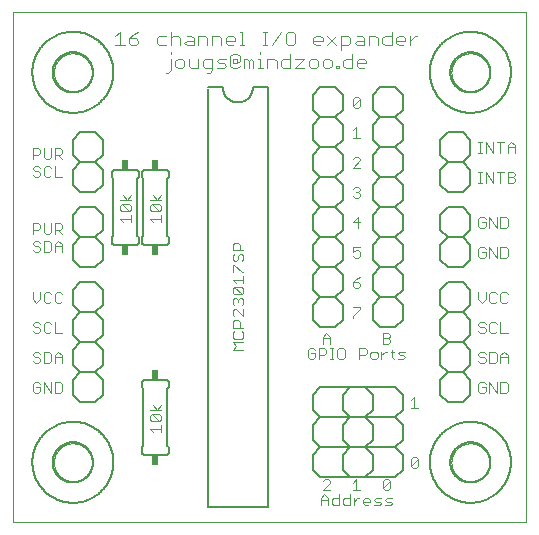
<source format=gto>
G75*
%MOIN*%
%OFA0B0*%
%FSLAX25Y25*%
%IPPOS*%
%LPD*%
%AMOC8*
5,1,8,0,0,1.08239X$1,22.5*
%
%ADD10C,0.00000*%
%ADD11C,0.00300*%
%ADD12C,0.00400*%
%ADD13C,0.00600*%
%ADD14C,0.00800*%
%ADD15R,0.02400X0.03400*%
D10*
X0021500Y0004000D02*
X0021500Y0173961D01*
X0192701Y0173961D01*
X0192701Y0004000D01*
X0021500Y0004000D01*
X0035201Y0024000D02*
X0035203Y0024158D01*
X0035209Y0024316D01*
X0035219Y0024474D01*
X0035233Y0024632D01*
X0035251Y0024789D01*
X0035272Y0024946D01*
X0035298Y0025102D01*
X0035328Y0025258D01*
X0035361Y0025413D01*
X0035399Y0025566D01*
X0035440Y0025719D01*
X0035485Y0025871D01*
X0035534Y0026022D01*
X0035587Y0026171D01*
X0035643Y0026319D01*
X0035703Y0026465D01*
X0035767Y0026610D01*
X0035835Y0026753D01*
X0035906Y0026895D01*
X0035980Y0027035D01*
X0036058Y0027172D01*
X0036140Y0027308D01*
X0036224Y0027442D01*
X0036313Y0027573D01*
X0036404Y0027702D01*
X0036499Y0027829D01*
X0036596Y0027954D01*
X0036697Y0028076D01*
X0036801Y0028195D01*
X0036908Y0028312D01*
X0037018Y0028426D01*
X0037131Y0028537D01*
X0037246Y0028646D01*
X0037364Y0028751D01*
X0037485Y0028853D01*
X0037608Y0028953D01*
X0037734Y0029049D01*
X0037862Y0029142D01*
X0037992Y0029232D01*
X0038125Y0029318D01*
X0038260Y0029402D01*
X0038396Y0029481D01*
X0038535Y0029558D01*
X0038676Y0029630D01*
X0038818Y0029700D01*
X0038962Y0029765D01*
X0039108Y0029827D01*
X0039255Y0029885D01*
X0039404Y0029940D01*
X0039554Y0029991D01*
X0039705Y0030038D01*
X0039857Y0030081D01*
X0040010Y0030120D01*
X0040165Y0030156D01*
X0040320Y0030187D01*
X0040476Y0030215D01*
X0040632Y0030239D01*
X0040789Y0030259D01*
X0040947Y0030275D01*
X0041104Y0030287D01*
X0041263Y0030295D01*
X0041421Y0030299D01*
X0041579Y0030299D01*
X0041737Y0030295D01*
X0041896Y0030287D01*
X0042053Y0030275D01*
X0042211Y0030259D01*
X0042368Y0030239D01*
X0042524Y0030215D01*
X0042680Y0030187D01*
X0042835Y0030156D01*
X0042990Y0030120D01*
X0043143Y0030081D01*
X0043295Y0030038D01*
X0043446Y0029991D01*
X0043596Y0029940D01*
X0043745Y0029885D01*
X0043892Y0029827D01*
X0044038Y0029765D01*
X0044182Y0029700D01*
X0044324Y0029630D01*
X0044465Y0029558D01*
X0044604Y0029481D01*
X0044740Y0029402D01*
X0044875Y0029318D01*
X0045008Y0029232D01*
X0045138Y0029142D01*
X0045266Y0029049D01*
X0045392Y0028953D01*
X0045515Y0028853D01*
X0045636Y0028751D01*
X0045754Y0028646D01*
X0045869Y0028537D01*
X0045982Y0028426D01*
X0046092Y0028312D01*
X0046199Y0028195D01*
X0046303Y0028076D01*
X0046404Y0027954D01*
X0046501Y0027829D01*
X0046596Y0027702D01*
X0046687Y0027573D01*
X0046776Y0027442D01*
X0046860Y0027308D01*
X0046942Y0027172D01*
X0047020Y0027035D01*
X0047094Y0026895D01*
X0047165Y0026753D01*
X0047233Y0026610D01*
X0047297Y0026465D01*
X0047357Y0026319D01*
X0047413Y0026171D01*
X0047466Y0026022D01*
X0047515Y0025871D01*
X0047560Y0025719D01*
X0047601Y0025566D01*
X0047639Y0025413D01*
X0047672Y0025258D01*
X0047702Y0025102D01*
X0047728Y0024946D01*
X0047749Y0024789D01*
X0047767Y0024632D01*
X0047781Y0024474D01*
X0047791Y0024316D01*
X0047797Y0024158D01*
X0047799Y0024000D01*
X0047797Y0023842D01*
X0047791Y0023684D01*
X0047781Y0023526D01*
X0047767Y0023368D01*
X0047749Y0023211D01*
X0047728Y0023054D01*
X0047702Y0022898D01*
X0047672Y0022742D01*
X0047639Y0022587D01*
X0047601Y0022434D01*
X0047560Y0022281D01*
X0047515Y0022129D01*
X0047466Y0021978D01*
X0047413Y0021829D01*
X0047357Y0021681D01*
X0047297Y0021535D01*
X0047233Y0021390D01*
X0047165Y0021247D01*
X0047094Y0021105D01*
X0047020Y0020965D01*
X0046942Y0020828D01*
X0046860Y0020692D01*
X0046776Y0020558D01*
X0046687Y0020427D01*
X0046596Y0020298D01*
X0046501Y0020171D01*
X0046404Y0020046D01*
X0046303Y0019924D01*
X0046199Y0019805D01*
X0046092Y0019688D01*
X0045982Y0019574D01*
X0045869Y0019463D01*
X0045754Y0019354D01*
X0045636Y0019249D01*
X0045515Y0019147D01*
X0045392Y0019047D01*
X0045266Y0018951D01*
X0045138Y0018858D01*
X0045008Y0018768D01*
X0044875Y0018682D01*
X0044740Y0018598D01*
X0044604Y0018519D01*
X0044465Y0018442D01*
X0044324Y0018370D01*
X0044182Y0018300D01*
X0044038Y0018235D01*
X0043892Y0018173D01*
X0043745Y0018115D01*
X0043596Y0018060D01*
X0043446Y0018009D01*
X0043295Y0017962D01*
X0043143Y0017919D01*
X0042990Y0017880D01*
X0042835Y0017844D01*
X0042680Y0017813D01*
X0042524Y0017785D01*
X0042368Y0017761D01*
X0042211Y0017741D01*
X0042053Y0017725D01*
X0041896Y0017713D01*
X0041737Y0017705D01*
X0041579Y0017701D01*
X0041421Y0017701D01*
X0041263Y0017705D01*
X0041104Y0017713D01*
X0040947Y0017725D01*
X0040789Y0017741D01*
X0040632Y0017761D01*
X0040476Y0017785D01*
X0040320Y0017813D01*
X0040165Y0017844D01*
X0040010Y0017880D01*
X0039857Y0017919D01*
X0039705Y0017962D01*
X0039554Y0018009D01*
X0039404Y0018060D01*
X0039255Y0018115D01*
X0039108Y0018173D01*
X0038962Y0018235D01*
X0038818Y0018300D01*
X0038676Y0018370D01*
X0038535Y0018442D01*
X0038396Y0018519D01*
X0038260Y0018598D01*
X0038125Y0018682D01*
X0037992Y0018768D01*
X0037862Y0018858D01*
X0037734Y0018951D01*
X0037608Y0019047D01*
X0037485Y0019147D01*
X0037364Y0019249D01*
X0037246Y0019354D01*
X0037131Y0019463D01*
X0037018Y0019574D01*
X0036908Y0019688D01*
X0036801Y0019805D01*
X0036697Y0019924D01*
X0036596Y0020046D01*
X0036499Y0020171D01*
X0036404Y0020298D01*
X0036313Y0020427D01*
X0036224Y0020558D01*
X0036140Y0020692D01*
X0036058Y0020828D01*
X0035980Y0020965D01*
X0035906Y0021105D01*
X0035835Y0021247D01*
X0035767Y0021390D01*
X0035703Y0021535D01*
X0035643Y0021681D01*
X0035587Y0021829D01*
X0035534Y0021978D01*
X0035485Y0022129D01*
X0035440Y0022281D01*
X0035399Y0022434D01*
X0035361Y0022587D01*
X0035328Y0022742D01*
X0035298Y0022898D01*
X0035272Y0023054D01*
X0035251Y0023211D01*
X0035233Y0023368D01*
X0035219Y0023526D01*
X0035209Y0023684D01*
X0035203Y0023842D01*
X0035201Y0024000D01*
X0167701Y0024000D02*
X0167703Y0024158D01*
X0167709Y0024316D01*
X0167719Y0024474D01*
X0167733Y0024632D01*
X0167751Y0024789D01*
X0167772Y0024946D01*
X0167798Y0025102D01*
X0167828Y0025258D01*
X0167861Y0025413D01*
X0167899Y0025566D01*
X0167940Y0025719D01*
X0167985Y0025871D01*
X0168034Y0026022D01*
X0168087Y0026171D01*
X0168143Y0026319D01*
X0168203Y0026465D01*
X0168267Y0026610D01*
X0168335Y0026753D01*
X0168406Y0026895D01*
X0168480Y0027035D01*
X0168558Y0027172D01*
X0168640Y0027308D01*
X0168724Y0027442D01*
X0168813Y0027573D01*
X0168904Y0027702D01*
X0168999Y0027829D01*
X0169096Y0027954D01*
X0169197Y0028076D01*
X0169301Y0028195D01*
X0169408Y0028312D01*
X0169518Y0028426D01*
X0169631Y0028537D01*
X0169746Y0028646D01*
X0169864Y0028751D01*
X0169985Y0028853D01*
X0170108Y0028953D01*
X0170234Y0029049D01*
X0170362Y0029142D01*
X0170492Y0029232D01*
X0170625Y0029318D01*
X0170760Y0029402D01*
X0170896Y0029481D01*
X0171035Y0029558D01*
X0171176Y0029630D01*
X0171318Y0029700D01*
X0171462Y0029765D01*
X0171608Y0029827D01*
X0171755Y0029885D01*
X0171904Y0029940D01*
X0172054Y0029991D01*
X0172205Y0030038D01*
X0172357Y0030081D01*
X0172510Y0030120D01*
X0172665Y0030156D01*
X0172820Y0030187D01*
X0172976Y0030215D01*
X0173132Y0030239D01*
X0173289Y0030259D01*
X0173447Y0030275D01*
X0173604Y0030287D01*
X0173763Y0030295D01*
X0173921Y0030299D01*
X0174079Y0030299D01*
X0174237Y0030295D01*
X0174396Y0030287D01*
X0174553Y0030275D01*
X0174711Y0030259D01*
X0174868Y0030239D01*
X0175024Y0030215D01*
X0175180Y0030187D01*
X0175335Y0030156D01*
X0175490Y0030120D01*
X0175643Y0030081D01*
X0175795Y0030038D01*
X0175946Y0029991D01*
X0176096Y0029940D01*
X0176245Y0029885D01*
X0176392Y0029827D01*
X0176538Y0029765D01*
X0176682Y0029700D01*
X0176824Y0029630D01*
X0176965Y0029558D01*
X0177104Y0029481D01*
X0177240Y0029402D01*
X0177375Y0029318D01*
X0177508Y0029232D01*
X0177638Y0029142D01*
X0177766Y0029049D01*
X0177892Y0028953D01*
X0178015Y0028853D01*
X0178136Y0028751D01*
X0178254Y0028646D01*
X0178369Y0028537D01*
X0178482Y0028426D01*
X0178592Y0028312D01*
X0178699Y0028195D01*
X0178803Y0028076D01*
X0178904Y0027954D01*
X0179001Y0027829D01*
X0179096Y0027702D01*
X0179187Y0027573D01*
X0179276Y0027442D01*
X0179360Y0027308D01*
X0179442Y0027172D01*
X0179520Y0027035D01*
X0179594Y0026895D01*
X0179665Y0026753D01*
X0179733Y0026610D01*
X0179797Y0026465D01*
X0179857Y0026319D01*
X0179913Y0026171D01*
X0179966Y0026022D01*
X0180015Y0025871D01*
X0180060Y0025719D01*
X0180101Y0025566D01*
X0180139Y0025413D01*
X0180172Y0025258D01*
X0180202Y0025102D01*
X0180228Y0024946D01*
X0180249Y0024789D01*
X0180267Y0024632D01*
X0180281Y0024474D01*
X0180291Y0024316D01*
X0180297Y0024158D01*
X0180299Y0024000D01*
X0180297Y0023842D01*
X0180291Y0023684D01*
X0180281Y0023526D01*
X0180267Y0023368D01*
X0180249Y0023211D01*
X0180228Y0023054D01*
X0180202Y0022898D01*
X0180172Y0022742D01*
X0180139Y0022587D01*
X0180101Y0022434D01*
X0180060Y0022281D01*
X0180015Y0022129D01*
X0179966Y0021978D01*
X0179913Y0021829D01*
X0179857Y0021681D01*
X0179797Y0021535D01*
X0179733Y0021390D01*
X0179665Y0021247D01*
X0179594Y0021105D01*
X0179520Y0020965D01*
X0179442Y0020828D01*
X0179360Y0020692D01*
X0179276Y0020558D01*
X0179187Y0020427D01*
X0179096Y0020298D01*
X0179001Y0020171D01*
X0178904Y0020046D01*
X0178803Y0019924D01*
X0178699Y0019805D01*
X0178592Y0019688D01*
X0178482Y0019574D01*
X0178369Y0019463D01*
X0178254Y0019354D01*
X0178136Y0019249D01*
X0178015Y0019147D01*
X0177892Y0019047D01*
X0177766Y0018951D01*
X0177638Y0018858D01*
X0177508Y0018768D01*
X0177375Y0018682D01*
X0177240Y0018598D01*
X0177104Y0018519D01*
X0176965Y0018442D01*
X0176824Y0018370D01*
X0176682Y0018300D01*
X0176538Y0018235D01*
X0176392Y0018173D01*
X0176245Y0018115D01*
X0176096Y0018060D01*
X0175946Y0018009D01*
X0175795Y0017962D01*
X0175643Y0017919D01*
X0175490Y0017880D01*
X0175335Y0017844D01*
X0175180Y0017813D01*
X0175024Y0017785D01*
X0174868Y0017761D01*
X0174711Y0017741D01*
X0174553Y0017725D01*
X0174396Y0017713D01*
X0174237Y0017705D01*
X0174079Y0017701D01*
X0173921Y0017701D01*
X0173763Y0017705D01*
X0173604Y0017713D01*
X0173447Y0017725D01*
X0173289Y0017741D01*
X0173132Y0017761D01*
X0172976Y0017785D01*
X0172820Y0017813D01*
X0172665Y0017844D01*
X0172510Y0017880D01*
X0172357Y0017919D01*
X0172205Y0017962D01*
X0172054Y0018009D01*
X0171904Y0018060D01*
X0171755Y0018115D01*
X0171608Y0018173D01*
X0171462Y0018235D01*
X0171318Y0018300D01*
X0171176Y0018370D01*
X0171035Y0018442D01*
X0170896Y0018519D01*
X0170760Y0018598D01*
X0170625Y0018682D01*
X0170492Y0018768D01*
X0170362Y0018858D01*
X0170234Y0018951D01*
X0170108Y0019047D01*
X0169985Y0019147D01*
X0169864Y0019249D01*
X0169746Y0019354D01*
X0169631Y0019463D01*
X0169518Y0019574D01*
X0169408Y0019688D01*
X0169301Y0019805D01*
X0169197Y0019924D01*
X0169096Y0020046D01*
X0168999Y0020171D01*
X0168904Y0020298D01*
X0168813Y0020427D01*
X0168724Y0020558D01*
X0168640Y0020692D01*
X0168558Y0020828D01*
X0168480Y0020965D01*
X0168406Y0021105D01*
X0168335Y0021247D01*
X0168267Y0021390D01*
X0168203Y0021535D01*
X0168143Y0021681D01*
X0168087Y0021829D01*
X0168034Y0021978D01*
X0167985Y0022129D01*
X0167940Y0022281D01*
X0167899Y0022434D01*
X0167861Y0022587D01*
X0167828Y0022742D01*
X0167798Y0022898D01*
X0167772Y0023054D01*
X0167751Y0023211D01*
X0167733Y0023368D01*
X0167719Y0023526D01*
X0167709Y0023684D01*
X0167703Y0023842D01*
X0167701Y0024000D01*
X0167701Y0154000D02*
X0167703Y0154158D01*
X0167709Y0154316D01*
X0167719Y0154474D01*
X0167733Y0154632D01*
X0167751Y0154789D01*
X0167772Y0154946D01*
X0167798Y0155102D01*
X0167828Y0155258D01*
X0167861Y0155413D01*
X0167899Y0155566D01*
X0167940Y0155719D01*
X0167985Y0155871D01*
X0168034Y0156022D01*
X0168087Y0156171D01*
X0168143Y0156319D01*
X0168203Y0156465D01*
X0168267Y0156610D01*
X0168335Y0156753D01*
X0168406Y0156895D01*
X0168480Y0157035D01*
X0168558Y0157172D01*
X0168640Y0157308D01*
X0168724Y0157442D01*
X0168813Y0157573D01*
X0168904Y0157702D01*
X0168999Y0157829D01*
X0169096Y0157954D01*
X0169197Y0158076D01*
X0169301Y0158195D01*
X0169408Y0158312D01*
X0169518Y0158426D01*
X0169631Y0158537D01*
X0169746Y0158646D01*
X0169864Y0158751D01*
X0169985Y0158853D01*
X0170108Y0158953D01*
X0170234Y0159049D01*
X0170362Y0159142D01*
X0170492Y0159232D01*
X0170625Y0159318D01*
X0170760Y0159402D01*
X0170896Y0159481D01*
X0171035Y0159558D01*
X0171176Y0159630D01*
X0171318Y0159700D01*
X0171462Y0159765D01*
X0171608Y0159827D01*
X0171755Y0159885D01*
X0171904Y0159940D01*
X0172054Y0159991D01*
X0172205Y0160038D01*
X0172357Y0160081D01*
X0172510Y0160120D01*
X0172665Y0160156D01*
X0172820Y0160187D01*
X0172976Y0160215D01*
X0173132Y0160239D01*
X0173289Y0160259D01*
X0173447Y0160275D01*
X0173604Y0160287D01*
X0173763Y0160295D01*
X0173921Y0160299D01*
X0174079Y0160299D01*
X0174237Y0160295D01*
X0174396Y0160287D01*
X0174553Y0160275D01*
X0174711Y0160259D01*
X0174868Y0160239D01*
X0175024Y0160215D01*
X0175180Y0160187D01*
X0175335Y0160156D01*
X0175490Y0160120D01*
X0175643Y0160081D01*
X0175795Y0160038D01*
X0175946Y0159991D01*
X0176096Y0159940D01*
X0176245Y0159885D01*
X0176392Y0159827D01*
X0176538Y0159765D01*
X0176682Y0159700D01*
X0176824Y0159630D01*
X0176965Y0159558D01*
X0177104Y0159481D01*
X0177240Y0159402D01*
X0177375Y0159318D01*
X0177508Y0159232D01*
X0177638Y0159142D01*
X0177766Y0159049D01*
X0177892Y0158953D01*
X0178015Y0158853D01*
X0178136Y0158751D01*
X0178254Y0158646D01*
X0178369Y0158537D01*
X0178482Y0158426D01*
X0178592Y0158312D01*
X0178699Y0158195D01*
X0178803Y0158076D01*
X0178904Y0157954D01*
X0179001Y0157829D01*
X0179096Y0157702D01*
X0179187Y0157573D01*
X0179276Y0157442D01*
X0179360Y0157308D01*
X0179442Y0157172D01*
X0179520Y0157035D01*
X0179594Y0156895D01*
X0179665Y0156753D01*
X0179733Y0156610D01*
X0179797Y0156465D01*
X0179857Y0156319D01*
X0179913Y0156171D01*
X0179966Y0156022D01*
X0180015Y0155871D01*
X0180060Y0155719D01*
X0180101Y0155566D01*
X0180139Y0155413D01*
X0180172Y0155258D01*
X0180202Y0155102D01*
X0180228Y0154946D01*
X0180249Y0154789D01*
X0180267Y0154632D01*
X0180281Y0154474D01*
X0180291Y0154316D01*
X0180297Y0154158D01*
X0180299Y0154000D01*
X0180297Y0153842D01*
X0180291Y0153684D01*
X0180281Y0153526D01*
X0180267Y0153368D01*
X0180249Y0153211D01*
X0180228Y0153054D01*
X0180202Y0152898D01*
X0180172Y0152742D01*
X0180139Y0152587D01*
X0180101Y0152434D01*
X0180060Y0152281D01*
X0180015Y0152129D01*
X0179966Y0151978D01*
X0179913Y0151829D01*
X0179857Y0151681D01*
X0179797Y0151535D01*
X0179733Y0151390D01*
X0179665Y0151247D01*
X0179594Y0151105D01*
X0179520Y0150965D01*
X0179442Y0150828D01*
X0179360Y0150692D01*
X0179276Y0150558D01*
X0179187Y0150427D01*
X0179096Y0150298D01*
X0179001Y0150171D01*
X0178904Y0150046D01*
X0178803Y0149924D01*
X0178699Y0149805D01*
X0178592Y0149688D01*
X0178482Y0149574D01*
X0178369Y0149463D01*
X0178254Y0149354D01*
X0178136Y0149249D01*
X0178015Y0149147D01*
X0177892Y0149047D01*
X0177766Y0148951D01*
X0177638Y0148858D01*
X0177508Y0148768D01*
X0177375Y0148682D01*
X0177240Y0148598D01*
X0177104Y0148519D01*
X0176965Y0148442D01*
X0176824Y0148370D01*
X0176682Y0148300D01*
X0176538Y0148235D01*
X0176392Y0148173D01*
X0176245Y0148115D01*
X0176096Y0148060D01*
X0175946Y0148009D01*
X0175795Y0147962D01*
X0175643Y0147919D01*
X0175490Y0147880D01*
X0175335Y0147844D01*
X0175180Y0147813D01*
X0175024Y0147785D01*
X0174868Y0147761D01*
X0174711Y0147741D01*
X0174553Y0147725D01*
X0174396Y0147713D01*
X0174237Y0147705D01*
X0174079Y0147701D01*
X0173921Y0147701D01*
X0173763Y0147705D01*
X0173604Y0147713D01*
X0173447Y0147725D01*
X0173289Y0147741D01*
X0173132Y0147761D01*
X0172976Y0147785D01*
X0172820Y0147813D01*
X0172665Y0147844D01*
X0172510Y0147880D01*
X0172357Y0147919D01*
X0172205Y0147962D01*
X0172054Y0148009D01*
X0171904Y0148060D01*
X0171755Y0148115D01*
X0171608Y0148173D01*
X0171462Y0148235D01*
X0171318Y0148300D01*
X0171176Y0148370D01*
X0171035Y0148442D01*
X0170896Y0148519D01*
X0170760Y0148598D01*
X0170625Y0148682D01*
X0170492Y0148768D01*
X0170362Y0148858D01*
X0170234Y0148951D01*
X0170108Y0149047D01*
X0169985Y0149147D01*
X0169864Y0149249D01*
X0169746Y0149354D01*
X0169631Y0149463D01*
X0169518Y0149574D01*
X0169408Y0149688D01*
X0169301Y0149805D01*
X0169197Y0149924D01*
X0169096Y0150046D01*
X0168999Y0150171D01*
X0168904Y0150298D01*
X0168813Y0150427D01*
X0168724Y0150558D01*
X0168640Y0150692D01*
X0168558Y0150828D01*
X0168480Y0150965D01*
X0168406Y0151105D01*
X0168335Y0151247D01*
X0168267Y0151390D01*
X0168203Y0151535D01*
X0168143Y0151681D01*
X0168087Y0151829D01*
X0168034Y0151978D01*
X0167985Y0152129D01*
X0167940Y0152281D01*
X0167899Y0152434D01*
X0167861Y0152587D01*
X0167828Y0152742D01*
X0167798Y0152898D01*
X0167772Y0153054D01*
X0167751Y0153211D01*
X0167733Y0153368D01*
X0167719Y0153526D01*
X0167709Y0153684D01*
X0167703Y0153842D01*
X0167701Y0154000D01*
X0035201Y0154000D02*
X0035203Y0154158D01*
X0035209Y0154316D01*
X0035219Y0154474D01*
X0035233Y0154632D01*
X0035251Y0154789D01*
X0035272Y0154946D01*
X0035298Y0155102D01*
X0035328Y0155258D01*
X0035361Y0155413D01*
X0035399Y0155566D01*
X0035440Y0155719D01*
X0035485Y0155871D01*
X0035534Y0156022D01*
X0035587Y0156171D01*
X0035643Y0156319D01*
X0035703Y0156465D01*
X0035767Y0156610D01*
X0035835Y0156753D01*
X0035906Y0156895D01*
X0035980Y0157035D01*
X0036058Y0157172D01*
X0036140Y0157308D01*
X0036224Y0157442D01*
X0036313Y0157573D01*
X0036404Y0157702D01*
X0036499Y0157829D01*
X0036596Y0157954D01*
X0036697Y0158076D01*
X0036801Y0158195D01*
X0036908Y0158312D01*
X0037018Y0158426D01*
X0037131Y0158537D01*
X0037246Y0158646D01*
X0037364Y0158751D01*
X0037485Y0158853D01*
X0037608Y0158953D01*
X0037734Y0159049D01*
X0037862Y0159142D01*
X0037992Y0159232D01*
X0038125Y0159318D01*
X0038260Y0159402D01*
X0038396Y0159481D01*
X0038535Y0159558D01*
X0038676Y0159630D01*
X0038818Y0159700D01*
X0038962Y0159765D01*
X0039108Y0159827D01*
X0039255Y0159885D01*
X0039404Y0159940D01*
X0039554Y0159991D01*
X0039705Y0160038D01*
X0039857Y0160081D01*
X0040010Y0160120D01*
X0040165Y0160156D01*
X0040320Y0160187D01*
X0040476Y0160215D01*
X0040632Y0160239D01*
X0040789Y0160259D01*
X0040947Y0160275D01*
X0041104Y0160287D01*
X0041263Y0160295D01*
X0041421Y0160299D01*
X0041579Y0160299D01*
X0041737Y0160295D01*
X0041896Y0160287D01*
X0042053Y0160275D01*
X0042211Y0160259D01*
X0042368Y0160239D01*
X0042524Y0160215D01*
X0042680Y0160187D01*
X0042835Y0160156D01*
X0042990Y0160120D01*
X0043143Y0160081D01*
X0043295Y0160038D01*
X0043446Y0159991D01*
X0043596Y0159940D01*
X0043745Y0159885D01*
X0043892Y0159827D01*
X0044038Y0159765D01*
X0044182Y0159700D01*
X0044324Y0159630D01*
X0044465Y0159558D01*
X0044604Y0159481D01*
X0044740Y0159402D01*
X0044875Y0159318D01*
X0045008Y0159232D01*
X0045138Y0159142D01*
X0045266Y0159049D01*
X0045392Y0158953D01*
X0045515Y0158853D01*
X0045636Y0158751D01*
X0045754Y0158646D01*
X0045869Y0158537D01*
X0045982Y0158426D01*
X0046092Y0158312D01*
X0046199Y0158195D01*
X0046303Y0158076D01*
X0046404Y0157954D01*
X0046501Y0157829D01*
X0046596Y0157702D01*
X0046687Y0157573D01*
X0046776Y0157442D01*
X0046860Y0157308D01*
X0046942Y0157172D01*
X0047020Y0157035D01*
X0047094Y0156895D01*
X0047165Y0156753D01*
X0047233Y0156610D01*
X0047297Y0156465D01*
X0047357Y0156319D01*
X0047413Y0156171D01*
X0047466Y0156022D01*
X0047515Y0155871D01*
X0047560Y0155719D01*
X0047601Y0155566D01*
X0047639Y0155413D01*
X0047672Y0155258D01*
X0047702Y0155102D01*
X0047728Y0154946D01*
X0047749Y0154789D01*
X0047767Y0154632D01*
X0047781Y0154474D01*
X0047791Y0154316D01*
X0047797Y0154158D01*
X0047799Y0154000D01*
X0047797Y0153842D01*
X0047791Y0153684D01*
X0047781Y0153526D01*
X0047767Y0153368D01*
X0047749Y0153211D01*
X0047728Y0153054D01*
X0047702Y0152898D01*
X0047672Y0152742D01*
X0047639Y0152587D01*
X0047601Y0152434D01*
X0047560Y0152281D01*
X0047515Y0152129D01*
X0047466Y0151978D01*
X0047413Y0151829D01*
X0047357Y0151681D01*
X0047297Y0151535D01*
X0047233Y0151390D01*
X0047165Y0151247D01*
X0047094Y0151105D01*
X0047020Y0150965D01*
X0046942Y0150828D01*
X0046860Y0150692D01*
X0046776Y0150558D01*
X0046687Y0150427D01*
X0046596Y0150298D01*
X0046501Y0150171D01*
X0046404Y0150046D01*
X0046303Y0149924D01*
X0046199Y0149805D01*
X0046092Y0149688D01*
X0045982Y0149574D01*
X0045869Y0149463D01*
X0045754Y0149354D01*
X0045636Y0149249D01*
X0045515Y0149147D01*
X0045392Y0149047D01*
X0045266Y0148951D01*
X0045138Y0148858D01*
X0045008Y0148768D01*
X0044875Y0148682D01*
X0044740Y0148598D01*
X0044604Y0148519D01*
X0044465Y0148442D01*
X0044324Y0148370D01*
X0044182Y0148300D01*
X0044038Y0148235D01*
X0043892Y0148173D01*
X0043745Y0148115D01*
X0043596Y0148060D01*
X0043446Y0148009D01*
X0043295Y0147962D01*
X0043143Y0147919D01*
X0042990Y0147880D01*
X0042835Y0147844D01*
X0042680Y0147813D01*
X0042524Y0147785D01*
X0042368Y0147761D01*
X0042211Y0147741D01*
X0042053Y0147725D01*
X0041896Y0147713D01*
X0041737Y0147705D01*
X0041579Y0147701D01*
X0041421Y0147701D01*
X0041263Y0147705D01*
X0041104Y0147713D01*
X0040947Y0147725D01*
X0040789Y0147741D01*
X0040632Y0147761D01*
X0040476Y0147785D01*
X0040320Y0147813D01*
X0040165Y0147844D01*
X0040010Y0147880D01*
X0039857Y0147919D01*
X0039705Y0147962D01*
X0039554Y0148009D01*
X0039404Y0148060D01*
X0039255Y0148115D01*
X0039108Y0148173D01*
X0038962Y0148235D01*
X0038818Y0148300D01*
X0038676Y0148370D01*
X0038535Y0148442D01*
X0038396Y0148519D01*
X0038260Y0148598D01*
X0038125Y0148682D01*
X0037992Y0148768D01*
X0037862Y0148858D01*
X0037734Y0148951D01*
X0037608Y0149047D01*
X0037485Y0149147D01*
X0037364Y0149249D01*
X0037246Y0149354D01*
X0037131Y0149463D01*
X0037018Y0149574D01*
X0036908Y0149688D01*
X0036801Y0149805D01*
X0036697Y0149924D01*
X0036596Y0150046D01*
X0036499Y0150171D01*
X0036404Y0150298D01*
X0036313Y0150427D01*
X0036224Y0150558D01*
X0036140Y0150692D01*
X0036058Y0150828D01*
X0035980Y0150965D01*
X0035906Y0151105D01*
X0035835Y0151247D01*
X0035767Y0151390D01*
X0035703Y0151535D01*
X0035643Y0151681D01*
X0035587Y0151829D01*
X0035534Y0151978D01*
X0035485Y0152129D01*
X0035440Y0152281D01*
X0035399Y0152434D01*
X0035361Y0152587D01*
X0035328Y0152742D01*
X0035298Y0152898D01*
X0035272Y0153054D01*
X0035251Y0153211D01*
X0035233Y0153368D01*
X0035219Y0153526D01*
X0035209Y0153684D01*
X0035203Y0153842D01*
X0035201Y0154000D01*
D11*
X0035467Y0128853D02*
X0037318Y0128853D01*
X0037936Y0128236D01*
X0037936Y0127002D01*
X0037318Y0126384D01*
X0035467Y0126384D01*
X0035467Y0125150D02*
X0035467Y0128853D01*
X0034252Y0128853D02*
X0034252Y0125767D01*
X0033635Y0125150D01*
X0032401Y0125150D01*
X0031784Y0125767D01*
X0031784Y0128853D01*
X0030569Y0128236D02*
X0030569Y0127002D01*
X0029952Y0126384D01*
X0028101Y0126384D01*
X0028101Y0125150D02*
X0028101Y0128853D01*
X0029952Y0128853D01*
X0030569Y0128236D01*
X0029952Y0122853D02*
X0028718Y0122853D01*
X0028101Y0122236D01*
X0028101Y0121619D01*
X0028718Y0121002D01*
X0029952Y0121002D01*
X0030569Y0120384D01*
X0030569Y0119767D01*
X0029952Y0119150D01*
X0028718Y0119150D01*
X0028101Y0119767D01*
X0030569Y0122236D02*
X0029952Y0122853D01*
X0031784Y0122236D02*
X0031784Y0119767D01*
X0032401Y0119150D01*
X0033635Y0119150D01*
X0034252Y0119767D01*
X0035467Y0119150D02*
X0037936Y0119150D01*
X0035467Y0119150D02*
X0035467Y0122853D01*
X0034252Y0122236D02*
X0033635Y0122853D01*
X0032401Y0122853D01*
X0031784Y0122236D01*
X0036701Y0126384D02*
X0037936Y0125150D01*
X0057147Y0111298D02*
X0060850Y0111298D01*
X0059616Y0111298D02*
X0058381Y0113150D01*
X0059616Y0111298D02*
X0060850Y0113150D01*
X0060233Y0110084D02*
X0057764Y0110084D01*
X0060233Y0107615D01*
X0060850Y0108233D01*
X0060850Y0109467D01*
X0060233Y0110084D01*
X0060233Y0107615D02*
X0057764Y0107615D01*
X0057147Y0108233D01*
X0057147Y0109467D01*
X0057764Y0110084D01*
X0060850Y0106401D02*
X0060850Y0103932D01*
X0060850Y0105167D02*
X0057147Y0105167D01*
X0058381Y0103932D01*
X0067147Y0105167D02*
X0070850Y0105167D01*
X0070850Y0106401D02*
X0070850Y0103932D01*
X0068381Y0103932D02*
X0067147Y0105167D01*
X0067764Y0107615D02*
X0067147Y0108233D01*
X0067147Y0109467D01*
X0067764Y0110084D01*
X0070233Y0107615D01*
X0070850Y0108233D01*
X0070850Y0109467D01*
X0070233Y0110084D01*
X0067764Y0110084D01*
X0067147Y0111298D02*
X0070850Y0111298D01*
X0069616Y0111298D02*
X0068381Y0113150D01*
X0069616Y0111298D02*
X0070850Y0113150D01*
X0070233Y0107615D02*
X0067764Y0107615D01*
X0037936Y0103236D02*
X0037936Y0102002D01*
X0037318Y0101384D01*
X0035467Y0101384D01*
X0035467Y0100150D02*
X0035467Y0103853D01*
X0037318Y0103853D01*
X0037936Y0103236D01*
X0036701Y0101384D02*
X0037936Y0100150D01*
X0036701Y0097853D02*
X0037936Y0096619D01*
X0037936Y0094150D01*
X0037936Y0096002D02*
X0035467Y0096002D01*
X0035467Y0096619D02*
X0035467Y0094150D01*
X0034252Y0094767D02*
X0034252Y0097236D01*
X0033635Y0097853D01*
X0031784Y0097853D01*
X0031784Y0094150D01*
X0033635Y0094150D01*
X0034252Y0094767D01*
X0035467Y0096619D02*
X0036701Y0097853D01*
X0034252Y0100767D02*
X0034252Y0103853D01*
X0031784Y0103853D02*
X0031784Y0100767D01*
X0032401Y0100150D01*
X0033635Y0100150D01*
X0034252Y0100767D01*
X0030569Y0102002D02*
X0029952Y0101384D01*
X0028101Y0101384D01*
X0028101Y0100150D02*
X0028101Y0103853D01*
X0029952Y0103853D01*
X0030569Y0103236D01*
X0030569Y0102002D01*
X0029952Y0097853D02*
X0028718Y0097853D01*
X0028101Y0097236D01*
X0028101Y0096619D01*
X0028718Y0096002D01*
X0029952Y0096002D01*
X0030569Y0095384D01*
X0030569Y0094767D01*
X0029952Y0094150D01*
X0028718Y0094150D01*
X0028101Y0094767D01*
X0030569Y0097236D02*
X0029952Y0097853D01*
X0030569Y0080853D02*
X0030569Y0078384D01*
X0029335Y0077150D01*
X0028101Y0078384D01*
X0028101Y0080853D01*
X0031784Y0080236D02*
X0031784Y0077767D01*
X0032401Y0077150D01*
X0033635Y0077150D01*
X0034252Y0077767D01*
X0035467Y0077767D02*
X0036084Y0077150D01*
X0037318Y0077150D01*
X0037936Y0077767D01*
X0037936Y0080236D02*
X0037318Y0080853D01*
X0036084Y0080853D01*
X0035467Y0080236D01*
X0035467Y0077767D01*
X0034252Y0080236D02*
X0033635Y0080853D01*
X0032401Y0080853D01*
X0031784Y0080236D01*
X0032401Y0070853D02*
X0031784Y0070236D01*
X0031784Y0067767D01*
X0032401Y0067150D01*
X0033635Y0067150D01*
X0034252Y0067767D01*
X0035467Y0067150D02*
X0037936Y0067150D01*
X0035467Y0067150D02*
X0035467Y0070853D01*
X0034252Y0070236D02*
X0033635Y0070853D01*
X0032401Y0070853D01*
X0030569Y0070236D02*
X0029952Y0070853D01*
X0028718Y0070853D01*
X0028101Y0070236D01*
X0028101Y0069619D01*
X0028718Y0069002D01*
X0029952Y0069002D01*
X0030569Y0068384D01*
X0030569Y0067767D01*
X0029952Y0067150D01*
X0028718Y0067150D01*
X0028101Y0067767D01*
X0028718Y0060853D02*
X0028101Y0060236D01*
X0028101Y0059619D01*
X0028718Y0059002D01*
X0029952Y0059002D01*
X0030569Y0058384D01*
X0030569Y0057767D01*
X0029952Y0057150D01*
X0028718Y0057150D01*
X0028101Y0057767D01*
X0028718Y0060853D02*
X0029952Y0060853D01*
X0030569Y0060236D01*
X0031784Y0060853D02*
X0033635Y0060853D01*
X0034252Y0060236D01*
X0034252Y0057767D01*
X0033635Y0057150D01*
X0031784Y0057150D01*
X0031784Y0060853D01*
X0035467Y0059619D02*
X0035467Y0057150D01*
X0035467Y0059002D02*
X0037936Y0059002D01*
X0037936Y0059619D02*
X0037936Y0057150D01*
X0037936Y0059619D02*
X0036701Y0060853D01*
X0035467Y0059619D01*
X0035467Y0050853D02*
X0037318Y0050853D01*
X0037936Y0050236D01*
X0037936Y0047767D01*
X0037318Y0047150D01*
X0035467Y0047150D01*
X0035467Y0050853D01*
X0034252Y0050853D02*
X0034252Y0047150D01*
X0031784Y0050853D01*
X0031784Y0047150D01*
X0030569Y0047767D02*
X0030569Y0049002D01*
X0029335Y0049002D01*
X0030569Y0050236D02*
X0029952Y0050853D01*
X0028718Y0050853D01*
X0028101Y0050236D01*
X0028101Y0047767D01*
X0028718Y0047150D01*
X0029952Y0047150D01*
X0030569Y0047767D01*
X0067147Y0041298D02*
X0070850Y0041298D01*
X0069616Y0041298D02*
X0068381Y0043150D01*
X0069616Y0041298D02*
X0070850Y0043150D01*
X0070233Y0040084D02*
X0067764Y0040084D01*
X0070233Y0037615D01*
X0070850Y0038233D01*
X0070850Y0039467D01*
X0070233Y0040084D01*
X0070233Y0037615D02*
X0067764Y0037615D01*
X0067147Y0038233D01*
X0067147Y0039467D01*
X0067764Y0040084D01*
X0070850Y0036401D02*
X0070850Y0033932D01*
X0070850Y0035167D02*
X0067147Y0035167D01*
X0068381Y0033932D01*
X0119769Y0059017D02*
X0120386Y0058400D01*
X0121620Y0058400D01*
X0122238Y0059017D01*
X0122238Y0060252D01*
X0121003Y0060252D01*
X0119769Y0061486D02*
X0119769Y0059017D01*
X0123452Y0058400D02*
X0123452Y0062103D01*
X0125304Y0062103D01*
X0125921Y0061486D01*
X0125921Y0060252D01*
X0125304Y0059634D01*
X0123452Y0059634D01*
X0122238Y0061486D02*
X0121620Y0062103D01*
X0120386Y0062103D01*
X0119769Y0061486D01*
X0124808Y0063400D02*
X0124808Y0065869D01*
X0126043Y0067103D01*
X0127277Y0065869D01*
X0127277Y0063400D01*
X0127135Y0062103D02*
X0128370Y0062103D01*
X0127752Y0062103D02*
X0127752Y0058400D01*
X0127135Y0058400D02*
X0128370Y0058400D01*
X0129591Y0059017D02*
X0130208Y0058400D01*
X0131442Y0058400D01*
X0132059Y0059017D01*
X0132059Y0061486D01*
X0131442Y0062103D01*
X0130208Y0062103D01*
X0129591Y0061486D01*
X0129591Y0059017D01*
X0127277Y0065252D02*
X0124808Y0065252D01*
X0134808Y0072150D02*
X0134808Y0072767D01*
X0137277Y0075236D01*
X0137277Y0075853D01*
X0134808Y0075853D01*
X0135426Y0082150D02*
X0136660Y0082150D01*
X0137277Y0082767D01*
X0137277Y0083384D01*
X0136660Y0084002D01*
X0134808Y0084002D01*
X0134808Y0082767D01*
X0135426Y0082150D01*
X0134808Y0084002D02*
X0136043Y0085236D01*
X0137277Y0085853D01*
X0136660Y0092150D02*
X0135426Y0092150D01*
X0134808Y0092767D01*
X0134808Y0094002D02*
X0136043Y0094619D01*
X0136660Y0094619D01*
X0137277Y0094002D01*
X0137277Y0092767D01*
X0136660Y0092150D01*
X0134808Y0094002D02*
X0134808Y0095853D01*
X0137277Y0095853D01*
X0136660Y0102150D02*
X0136660Y0105853D01*
X0134808Y0104002D01*
X0137277Y0104002D01*
X0136660Y0112150D02*
X0135426Y0112150D01*
X0134808Y0112767D01*
X0136043Y0114002D02*
X0136660Y0114002D01*
X0137277Y0113384D01*
X0137277Y0112767D01*
X0136660Y0112150D01*
X0136660Y0114002D02*
X0137277Y0114619D01*
X0137277Y0115236D01*
X0136660Y0115853D01*
X0135426Y0115853D01*
X0134808Y0115236D01*
X0134808Y0122150D02*
X0137277Y0124619D01*
X0137277Y0125236D01*
X0136660Y0125853D01*
X0135426Y0125853D01*
X0134808Y0125236D01*
X0134808Y0122150D02*
X0137277Y0122150D01*
X0137277Y0132150D02*
X0134808Y0132150D01*
X0136043Y0132150D02*
X0136043Y0135853D01*
X0134808Y0134619D01*
X0135426Y0142150D02*
X0134808Y0142767D01*
X0137277Y0145236D01*
X0137277Y0142767D01*
X0136660Y0142150D01*
X0135426Y0142150D01*
X0134808Y0142767D02*
X0134808Y0145236D01*
X0135426Y0145853D01*
X0136660Y0145853D01*
X0137277Y0145236D01*
X0176650Y0130853D02*
X0177884Y0130853D01*
X0177267Y0130853D02*
X0177267Y0127150D01*
X0176650Y0127150D02*
X0177884Y0127150D01*
X0179105Y0127150D02*
X0179105Y0130853D01*
X0181574Y0127150D01*
X0181574Y0130853D01*
X0182789Y0130853D02*
X0185257Y0130853D01*
X0184023Y0130853D02*
X0184023Y0127150D01*
X0186472Y0127150D02*
X0186472Y0129619D01*
X0187706Y0130853D01*
X0188940Y0129619D01*
X0188940Y0127150D01*
X0188940Y0129002D02*
X0186472Y0129002D01*
X0186472Y0120853D02*
X0188323Y0120853D01*
X0188940Y0120236D01*
X0188940Y0119619D01*
X0188323Y0119002D01*
X0186472Y0119002D01*
X0186472Y0120853D02*
X0186472Y0117150D01*
X0188323Y0117150D01*
X0188940Y0117767D01*
X0188940Y0118384D01*
X0188323Y0119002D01*
X0185257Y0120853D02*
X0182789Y0120853D01*
X0181574Y0120853D02*
X0181574Y0117150D01*
X0179105Y0120853D01*
X0179105Y0117150D01*
X0177884Y0117150D02*
X0176650Y0117150D01*
X0177267Y0117150D02*
X0177267Y0120853D01*
X0176650Y0120853D02*
X0177884Y0120853D01*
X0184023Y0120853D02*
X0184023Y0117150D01*
X0184016Y0105853D02*
X0185868Y0105853D01*
X0186485Y0105236D01*
X0186485Y0102767D01*
X0185868Y0102150D01*
X0184016Y0102150D01*
X0184016Y0105853D01*
X0182802Y0105853D02*
X0182802Y0102150D01*
X0180333Y0105853D01*
X0180333Y0102150D01*
X0179119Y0102767D02*
X0179119Y0104002D01*
X0177884Y0104002D01*
X0176650Y0105236D02*
X0176650Y0102767D01*
X0177267Y0102150D01*
X0178502Y0102150D01*
X0179119Y0102767D01*
X0179119Y0105236D02*
X0178502Y0105853D01*
X0177267Y0105853D01*
X0176650Y0105236D01*
X0177267Y0095853D02*
X0176650Y0095236D01*
X0176650Y0092767D01*
X0177267Y0092150D01*
X0178502Y0092150D01*
X0179119Y0092767D01*
X0179119Y0094002D01*
X0177884Y0094002D01*
X0179119Y0095236D02*
X0178502Y0095853D01*
X0177267Y0095853D01*
X0180333Y0095853D02*
X0182802Y0092150D01*
X0182802Y0095853D01*
X0184016Y0095853D02*
X0185868Y0095853D01*
X0186485Y0095236D01*
X0186485Y0092767D01*
X0185868Y0092150D01*
X0184016Y0092150D01*
X0184016Y0095853D01*
X0180333Y0095853D02*
X0180333Y0092150D01*
X0180950Y0080853D02*
X0180333Y0080236D01*
X0180333Y0077767D01*
X0180950Y0077150D01*
X0182185Y0077150D01*
X0182802Y0077767D01*
X0184016Y0077767D02*
X0184633Y0077150D01*
X0185868Y0077150D01*
X0186485Y0077767D01*
X0184016Y0077767D02*
X0184016Y0080236D01*
X0184633Y0080853D01*
X0185868Y0080853D01*
X0186485Y0080236D01*
X0182802Y0080236D02*
X0182185Y0080853D01*
X0180950Y0080853D01*
X0179119Y0080853D02*
X0179119Y0078384D01*
X0177884Y0077150D01*
X0176650Y0078384D01*
X0176650Y0080853D01*
X0177267Y0070853D02*
X0176650Y0070236D01*
X0176650Y0069619D01*
X0177267Y0069002D01*
X0178502Y0069002D01*
X0179119Y0068384D01*
X0179119Y0067767D01*
X0178502Y0067150D01*
X0177267Y0067150D01*
X0176650Y0067767D01*
X0180333Y0067767D02*
X0180950Y0067150D01*
X0182185Y0067150D01*
X0182802Y0067767D01*
X0184016Y0067150D02*
X0186485Y0067150D01*
X0184016Y0067150D02*
X0184016Y0070853D01*
X0182802Y0070236D02*
X0182185Y0070853D01*
X0180950Y0070853D01*
X0180333Y0070236D01*
X0180333Y0067767D01*
X0179119Y0070236D02*
X0178502Y0070853D01*
X0177267Y0070853D01*
X0177267Y0060853D02*
X0176650Y0060236D01*
X0176650Y0059619D01*
X0177267Y0059002D01*
X0178502Y0059002D01*
X0179119Y0058384D01*
X0179119Y0057767D01*
X0178502Y0057150D01*
X0177267Y0057150D01*
X0176650Y0057767D01*
X0180333Y0057150D02*
X0182185Y0057150D01*
X0182802Y0057767D01*
X0182802Y0060236D01*
X0182185Y0060853D01*
X0180333Y0060853D01*
X0180333Y0057150D01*
X0179119Y0060236D02*
X0178502Y0060853D01*
X0177267Y0060853D01*
X0184016Y0059619D02*
X0184016Y0057150D01*
X0184016Y0059002D02*
X0186485Y0059002D01*
X0186485Y0059619D02*
X0186485Y0057150D01*
X0186485Y0059619D02*
X0185251Y0060853D01*
X0184016Y0059619D01*
X0184016Y0050853D02*
X0185868Y0050853D01*
X0186485Y0050236D01*
X0186485Y0047767D01*
X0185868Y0047150D01*
X0184016Y0047150D01*
X0184016Y0050853D01*
X0182802Y0050853D02*
X0182802Y0047150D01*
X0180333Y0050853D01*
X0180333Y0047150D01*
X0179119Y0047767D02*
X0179119Y0049002D01*
X0177884Y0049002D01*
X0176650Y0050236D02*
X0176650Y0047767D01*
X0177267Y0047150D01*
X0178502Y0047150D01*
X0179119Y0047767D01*
X0179119Y0050236D02*
X0178502Y0050853D01*
X0177267Y0050853D01*
X0176650Y0050236D01*
X0156619Y0042150D02*
X0154150Y0042150D01*
X0155384Y0042150D02*
X0155384Y0045853D01*
X0154150Y0044619D01*
X0151699Y0058400D02*
X0149848Y0058400D01*
X0148627Y0058400D02*
X0148010Y0059017D01*
X0148010Y0061486D01*
X0148627Y0060869D02*
X0147392Y0060869D01*
X0146175Y0060869D02*
X0145558Y0060869D01*
X0144323Y0059634D01*
X0144323Y0058400D02*
X0144323Y0060869D01*
X0143109Y0060252D02*
X0143109Y0059017D01*
X0142492Y0058400D01*
X0141257Y0058400D01*
X0140640Y0059017D01*
X0140640Y0060252D01*
X0141257Y0060869D01*
X0142492Y0060869D01*
X0143109Y0060252D01*
X0139426Y0060252D02*
X0139426Y0061486D01*
X0138808Y0062103D01*
X0136957Y0062103D01*
X0136957Y0058400D01*
X0136957Y0059634D02*
X0138808Y0059634D01*
X0139426Y0060252D01*
X0144808Y0063400D02*
X0146660Y0063400D01*
X0147277Y0064017D01*
X0147277Y0064634D01*
X0146660Y0065252D01*
X0144808Y0065252D01*
X0144808Y0067103D02*
X0144808Y0063400D01*
X0146660Y0065252D02*
X0147277Y0065869D01*
X0147277Y0066486D01*
X0146660Y0067103D01*
X0144808Y0067103D01*
X0150465Y0060869D02*
X0149848Y0060252D01*
X0150465Y0059634D01*
X0151699Y0059634D01*
X0152317Y0059017D01*
X0151699Y0058400D01*
X0152317Y0060869D02*
X0150465Y0060869D01*
X0154767Y0025853D02*
X0154150Y0025236D01*
X0154150Y0022767D01*
X0156619Y0025236D01*
X0156619Y0022767D01*
X0156002Y0022150D01*
X0154767Y0022150D01*
X0154150Y0022767D01*
X0154767Y0025853D02*
X0156002Y0025853D01*
X0156619Y0025236D01*
X0147277Y0017736D02*
X0144808Y0015267D01*
X0145426Y0014650D01*
X0146660Y0014650D01*
X0147277Y0015267D01*
X0147277Y0017736D01*
X0146660Y0018353D01*
X0145426Y0018353D01*
X0144808Y0017736D01*
X0144808Y0015267D01*
X0144337Y0012119D02*
X0142485Y0012119D01*
X0141868Y0011502D01*
X0142485Y0010884D01*
X0143719Y0010884D01*
X0144337Y0010267D01*
X0143719Y0009650D01*
X0141868Y0009650D01*
X0140653Y0010884D02*
X0138185Y0010884D01*
X0138185Y0010267D02*
X0138185Y0011502D01*
X0138802Y0012119D01*
X0140036Y0012119D01*
X0140653Y0011502D01*
X0140653Y0010884D01*
X0140036Y0009650D02*
X0138802Y0009650D01*
X0138185Y0010267D01*
X0136967Y0012119D02*
X0136350Y0012119D01*
X0135115Y0010884D01*
X0135115Y0009650D02*
X0135115Y0012119D01*
X0133901Y0012119D02*
X0132049Y0012119D01*
X0131432Y0011502D01*
X0131432Y0010267D01*
X0132049Y0009650D01*
X0133901Y0009650D01*
X0133901Y0013353D01*
X0134808Y0014650D02*
X0137277Y0014650D01*
X0136043Y0014650D02*
X0136043Y0018353D01*
X0134808Y0017119D01*
X0130218Y0013353D02*
X0130218Y0009650D01*
X0128366Y0009650D01*
X0127749Y0010267D01*
X0127749Y0011502D01*
X0128366Y0012119D01*
X0130218Y0012119D01*
X0126535Y0012119D02*
X0126535Y0009650D01*
X0126535Y0011502D02*
X0124066Y0011502D01*
X0124066Y0012119D02*
X0125300Y0013353D01*
X0126535Y0012119D01*
X0124066Y0012119D02*
X0124066Y0009650D01*
X0124808Y0014650D02*
X0127277Y0017119D01*
X0127277Y0017736D01*
X0126660Y0018353D01*
X0125426Y0018353D01*
X0124808Y0017736D01*
X0124808Y0014650D02*
X0127277Y0014650D01*
X0145551Y0011502D02*
X0146168Y0012119D01*
X0148020Y0012119D01*
X0147402Y0010884D02*
X0148020Y0010267D01*
X0147402Y0009650D01*
X0145551Y0009650D01*
X0146168Y0010884D02*
X0145551Y0011502D01*
X0146168Y0010884D02*
X0147402Y0010884D01*
D12*
X0098350Y0061534D02*
X0094747Y0061534D01*
X0095948Y0062735D01*
X0094747Y0063936D01*
X0098350Y0063936D01*
X0097749Y0065217D02*
X0095347Y0065217D01*
X0094747Y0065818D01*
X0094747Y0067019D01*
X0095347Y0067619D01*
X0094747Y0068901D02*
X0094747Y0070702D01*
X0095347Y0071303D01*
X0096548Y0071303D01*
X0097149Y0070702D01*
X0097149Y0068901D01*
X0098350Y0068901D02*
X0094747Y0068901D01*
X0097749Y0067619D02*
X0098350Y0067019D01*
X0098350Y0065818D01*
X0097749Y0065217D01*
X0098350Y0072584D02*
X0095948Y0074986D01*
X0095347Y0074986D01*
X0094747Y0074385D01*
X0094747Y0073184D01*
X0095347Y0072584D01*
X0098350Y0072584D02*
X0098350Y0074986D01*
X0097749Y0076267D02*
X0098350Y0076867D01*
X0098350Y0078068D01*
X0097749Y0078669D01*
X0097149Y0078669D01*
X0096548Y0078068D01*
X0096548Y0077468D01*
X0096548Y0078068D02*
X0095948Y0078669D01*
X0095347Y0078669D01*
X0094747Y0078068D01*
X0094747Y0076867D01*
X0095347Y0076267D01*
X0095347Y0079950D02*
X0094747Y0080550D01*
X0094747Y0081752D01*
X0095347Y0082352D01*
X0097749Y0079950D01*
X0098350Y0080550D01*
X0098350Y0081752D01*
X0097749Y0082352D01*
X0095347Y0082352D01*
X0095948Y0083633D02*
X0094747Y0084834D01*
X0098350Y0084834D01*
X0098350Y0083633D02*
X0098350Y0086035D01*
X0098350Y0087316D02*
X0097749Y0087316D01*
X0095347Y0089718D01*
X0094747Y0089718D01*
X0094747Y0087316D01*
X0095347Y0090999D02*
X0095948Y0090999D01*
X0096548Y0091600D01*
X0096548Y0092801D01*
X0097149Y0093401D01*
X0097749Y0093401D01*
X0098350Y0092801D01*
X0098350Y0091600D01*
X0097749Y0090999D01*
X0095347Y0090999D02*
X0094747Y0091600D01*
X0094747Y0092801D01*
X0095347Y0093401D01*
X0094747Y0094683D02*
X0094747Y0096484D01*
X0095347Y0097085D01*
X0096548Y0097085D01*
X0097149Y0096484D01*
X0097149Y0094683D01*
X0098350Y0094683D02*
X0094747Y0094683D01*
X0095347Y0079950D02*
X0097749Y0079950D01*
X0087133Y0153915D02*
X0087901Y0154683D01*
X0087901Y0158519D01*
X0085599Y0158519D01*
X0084831Y0157752D01*
X0084831Y0156217D01*
X0085599Y0155450D01*
X0087901Y0155450D01*
X0089435Y0155450D02*
X0091737Y0155450D01*
X0092504Y0156217D01*
X0091737Y0156985D01*
X0090203Y0156985D01*
X0089435Y0157752D01*
X0090203Y0158519D01*
X0092504Y0158519D01*
X0094039Y0159287D02*
X0094039Y0156217D01*
X0094806Y0155450D01*
X0096341Y0155450D01*
X0097108Y0156217D01*
X0096341Y0156985D02*
X0097108Y0157752D01*
X0097108Y0159287D01*
X0096341Y0160054D01*
X0094806Y0160054D01*
X0094039Y0159287D01*
X0094806Y0158519D02*
X0096341Y0158519D01*
X0096341Y0156985D01*
X0094806Y0156985D01*
X0094806Y0158519D01*
X0098643Y0158519D02*
X0098643Y0155450D01*
X0100178Y0155450D02*
X0100178Y0157752D01*
X0100945Y0158519D01*
X0101712Y0157752D01*
X0101712Y0155450D01*
X0103247Y0155450D02*
X0104782Y0155450D01*
X0104014Y0155450D02*
X0104014Y0158519D01*
X0103247Y0158519D01*
X0104014Y0160054D02*
X0104014Y0160821D01*
X0104782Y0162950D02*
X0106316Y0162950D01*
X0105549Y0162950D02*
X0105549Y0167554D01*
X0104782Y0167554D02*
X0106316Y0167554D01*
X0110920Y0167554D02*
X0107851Y0162950D01*
X0108618Y0158519D02*
X0106316Y0158519D01*
X0106316Y0155450D01*
X0109386Y0155450D02*
X0109386Y0157752D01*
X0108618Y0158519D01*
X0110920Y0157752D02*
X0111687Y0158519D01*
X0113989Y0158519D01*
X0113989Y0160054D02*
X0113989Y0155450D01*
X0111687Y0155450D01*
X0110920Y0156217D01*
X0110920Y0157752D01*
X0115524Y0158519D02*
X0118593Y0158519D01*
X0115524Y0155450D01*
X0118593Y0155450D01*
X0120128Y0156217D02*
X0120895Y0155450D01*
X0122430Y0155450D01*
X0123197Y0156217D01*
X0123197Y0157752D01*
X0122430Y0158519D01*
X0120895Y0158519D01*
X0120128Y0157752D01*
X0120128Y0156217D01*
X0124732Y0156217D02*
X0125499Y0155450D01*
X0127034Y0155450D01*
X0127801Y0156217D01*
X0127801Y0157752D01*
X0127034Y0158519D01*
X0125499Y0158519D01*
X0124732Y0157752D01*
X0124732Y0156217D01*
X0129336Y0156217D02*
X0129336Y0155450D01*
X0130103Y0155450D01*
X0130103Y0156217D01*
X0129336Y0156217D01*
X0131638Y0156217D02*
X0131638Y0157752D01*
X0132405Y0158519D01*
X0134707Y0158519D01*
X0134707Y0160054D02*
X0134707Y0155450D01*
X0132405Y0155450D01*
X0131638Y0156217D01*
X0136242Y0156217D02*
X0136242Y0157752D01*
X0137009Y0158519D01*
X0138544Y0158519D01*
X0139311Y0157752D01*
X0139311Y0156985D01*
X0136242Y0156985D01*
X0136242Y0156217D02*
X0137009Y0155450D01*
X0138544Y0155450D01*
X0130870Y0161415D02*
X0130870Y0166019D01*
X0133172Y0166019D01*
X0133940Y0165252D01*
X0133940Y0163717D01*
X0133172Y0162950D01*
X0130870Y0162950D01*
X0129336Y0162950D02*
X0126267Y0166019D01*
X0124732Y0165252D02*
X0124732Y0164485D01*
X0121663Y0164485D01*
X0121663Y0165252D02*
X0121663Y0163717D01*
X0122430Y0162950D01*
X0123965Y0162950D01*
X0126267Y0162950D02*
X0129336Y0166019D01*
X0124732Y0165252D02*
X0123965Y0166019D01*
X0122430Y0166019D01*
X0121663Y0165252D01*
X0115524Y0163717D02*
X0115524Y0166787D01*
X0114757Y0167554D01*
X0113222Y0167554D01*
X0112455Y0166787D01*
X0112455Y0163717D01*
X0113222Y0162950D01*
X0114757Y0162950D01*
X0115524Y0163717D01*
X0100178Y0157752D02*
X0099410Y0158519D01*
X0098643Y0158519D01*
X0098643Y0162950D02*
X0097108Y0162950D01*
X0097876Y0162950D02*
X0097876Y0167554D01*
X0097108Y0167554D01*
X0094806Y0166019D02*
X0095574Y0165252D01*
X0095574Y0164485D01*
X0092504Y0164485D01*
X0092504Y0165252D02*
X0092504Y0163717D01*
X0093272Y0162950D01*
X0094806Y0162950D01*
X0090970Y0162950D02*
X0090970Y0165252D01*
X0090202Y0166019D01*
X0087901Y0166019D01*
X0087901Y0162950D01*
X0086366Y0162950D02*
X0086366Y0165252D01*
X0085599Y0166019D01*
X0083297Y0166019D01*
X0083297Y0162950D01*
X0081762Y0162950D02*
X0079460Y0162950D01*
X0078693Y0163717D01*
X0079460Y0164485D01*
X0081762Y0164485D01*
X0081762Y0165252D02*
X0080995Y0166019D01*
X0079460Y0166019D01*
X0081762Y0165252D02*
X0081762Y0162950D01*
X0080227Y0158519D02*
X0080227Y0156217D01*
X0080995Y0155450D01*
X0083297Y0155450D01*
X0083297Y0158519D01*
X0078693Y0157752D02*
X0077925Y0158519D01*
X0076391Y0158519D01*
X0075623Y0157752D01*
X0075623Y0156217D01*
X0076391Y0155450D01*
X0077925Y0155450D01*
X0078693Y0156217D01*
X0078693Y0157752D01*
X0074089Y0158519D02*
X0074089Y0154683D01*
X0073321Y0153915D01*
X0072554Y0153915D01*
X0074089Y0160054D02*
X0074089Y0160821D01*
X0074089Y0162950D02*
X0074089Y0167554D01*
X0074856Y0166019D02*
X0076391Y0166019D01*
X0077158Y0165252D01*
X0077158Y0162950D01*
X0074089Y0165252D02*
X0074856Y0166019D01*
X0072554Y0166019D02*
X0070252Y0166019D01*
X0069485Y0165252D01*
X0069485Y0163717D01*
X0070252Y0162950D01*
X0072554Y0162950D01*
X0063346Y0163717D02*
X0062579Y0162950D01*
X0061044Y0162950D01*
X0060277Y0163717D01*
X0060277Y0165252D01*
X0062579Y0165252D01*
X0063346Y0164485D01*
X0063346Y0163717D01*
X0061812Y0166787D02*
X0060277Y0165252D01*
X0061812Y0166787D02*
X0063346Y0167554D01*
X0057208Y0167554D02*
X0057208Y0162950D01*
X0058742Y0162950D02*
X0055673Y0162950D01*
X0055673Y0166019D02*
X0057208Y0167554D01*
X0086366Y0153915D02*
X0087133Y0153915D01*
X0092504Y0165252D02*
X0093272Y0166019D01*
X0094806Y0166019D01*
X0135474Y0163717D02*
X0136242Y0162950D01*
X0138544Y0162950D01*
X0138544Y0165252D01*
X0137776Y0166019D01*
X0136242Y0166019D01*
X0136242Y0164485D02*
X0138544Y0164485D01*
X0140078Y0166019D02*
X0140078Y0162950D01*
X0143148Y0162950D02*
X0143148Y0165252D01*
X0142380Y0166019D01*
X0140078Y0166019D01*
X0136242Y0164485D02*
X0135474Y0163717D01*
X0144682Y0163717D02*
X0145450Y0162950D01*
X0147752Y0162950D01*
X0147752Y0167554D01*
X0147752Y0166019D02*
X0145450Y0166019D01*
X0144682Y0165252D01*
X0144682Y0163717D01*
X0149286Y0163717D02*
X0149286Y0165252D01*
X0150053Y0166019D01*
X0151588Y0166019D01*
X0152355Y0165252D01*
X0152355Y0164485D01*
X0149286Y0164485D01*
X0149286Y0163717D02*
X0150053Y0162950D01*
X0151588Y0162950D01*
X0153890Y0162950D02*
X0153890Y0166019D01*
X0153890Y0164485D02*
X0155425Y0166019D01*
X0156192Y0166019D01*
D13*
X0160500Y0154000D02*
X0160504Y0154331D01*
X0160516Y0154662D01*
X0160537Y0154993D01*
X0160565Y0155323D01*
X0160602Y0155653D01*
X0160646Y0155981D01*
X0160699Y0156308D01*
X0160759Y0156634D01*
X0160828Y0156958D01*
X0160905Y0157280D01*
X0160989Y0157601D01*
X0161081Y0157919D01*
X0161181Y0158235D01*
X0161289Y0158548D01*
X0161405Y0158859D01*
X0161528Y0159166D01*
X0161658Y0159471D01*
X0161796Y0159772D01*
X0161941Y0160070D01*
X0162094Y0160364D01*
X0162254Y0160654D01*
X0162421Y0160940D01*
X0162594Y0161222D01*
X0162775Y0161500D01*
X0162963Y0161773D01*
X0163157Y0162042D01*
X0163357Y0162306D01*
X0163564Y0162564D01*
X0163778Y0162818D01*
X0163997Y0163066D01*
X0164223Y0163309D01*
X0164454Y0163546D01*
X0164691Y0163777D01*
X0164934Y0164003D01*
X0165182Y0164222D01*
X0165436Y0164436D01*
X0165694Y0164643D01*
X0165958Y0164843D01*
X0166227Y0165037D01*
X0166500Y0165225D01*
X0166778Y0165406D01*
X0167060Y0165579D01*
X0167346Y0165746D01*
X0167636Y0165906D01*
X0167930Y0166059D01*
X0168228Y0166204D01*
X0168529Y0166342D01*
X0168834Y0166472D01*
X0169141Y0166595D01*
X0169452Y0166711D01*
X0169765Y0166819D01*
X0170081Y0166919D01*
X0170399Y0167011D01*
X0170720Y0167095D01*
X0171042Y0167172D01*
X0171366Y0167241D01*
X0171692Y0167301D01*
X0172019Y0167354D01*
X0172347Y0167398D01*
X0172677Y0167435D01*
X0173007Y0167463D01*
X0173338Y0167484D01*
X0173669Y0167496D01*
X0174000Y0167500D01*
X0174331Y0167496D01*
X0174662Y0167484D01*
X0174993Y0167463D01*
X0175323Y0167435D01*
X0175653Y0167398D01*
X0175981Y0167354D01*
X0176308Y0167301D01*
X0176634Y0167241D01*
X0176958Y0167172D01*
X0177280Y0167095D01*
X0177601Y0167011D01*
X0177919Y0166919D01*
X0178235Y0166819D01*
X0178548Y0166711D01*
X0178859Y0166595D01*
X0179166Y0166472D01*
X0179471Y0166342D01*
X0179772Y0166204D01*
X0180070Y0166059D01*
X0180364Y0165906D01*
X0180654Y0165746D01*
X0180940Y0165579D01*
X0181222Y0165406D01*
X0181500Y0165225D01*
X0181773Y0165037D01*
X0182042Y0164843D01*
X0182306Y0164643D01*
X0182564Y0164436D01*
X0182818Y0164222D01*
X0183066Y0164003D01*
X0183309Y0163777D01*
X0183546Y0163546D01*
X0183777Y0163309D01*
X0184003Y0163066D01*
X0184222Y0162818D01*
X0184436Y0162564D01*
X0184643Y0162306D01*
X0184843Y0162042D01*
X0185037Y0161773D01*
X0185225Y0161500D01*
X0185406Y0161222D01*
X0185579Y0160940D01*
X0185746Y0160654D01*
X0185906Y0160364D01*
X0186059Y0160070D01*
X0186204Y0159772D01*
X0186342Y0159471D01*
X0186472Y0159166D01*
X0186595Y0158859D01*
X0186711Y0158548D01*
X0186819Y0158235D01*
X0186919Y0157919D01*
X0187011Y0157601D01*
X0187095Y0157280D01*
X0187172Y0156958D01*
X0187241Y0156634D01*
X0187301Y0156308D01*
X0187354Y0155981D01*
X0187398Y0155653D01*
X0187435Y0155323D01*
X0187463Y0154993D01*
X0187484Y0154662D01*
X0187496Y0154331D01*
X0187500Y0154000D01*
X0187496Y0153669D01*
X0187484Y0153338D01*
X0187463Y0153007D01*
X0187435Y0152677D01*
X0187398Y0152347D01*
X0187354Y0152019D01*
X0187301Y0151692D01*
X0187241Y0151366D01*
X0187172Y0151042D01*
X0187095Y0150720D01*
X0187011Y0150399D01*
X0186919Y0150081D01*
X0186819Y0149765D01*
X0186711Y0149452D01*
X0186595Y0149141D01*
X0186472Y0148834D01*
X0186342Y0148529D01*
X0186204Y0148228D01*
X0186059Y0147930D01*
X0185906Y0147636D01*
X0185746Y0147346D01*
X0185579Y0147060D01*
X0185406Y0146778D01*
X0185225Y0146500D01*
X0185037Y0146227D01*
X0184843Y0145958D01*
X0184643Y0145694D01*
X0184436Y0145436D01*
X0184222Y0145182D01*
X0184003Y0144934D01*
X0183777Y0144691D01*
X0183546Y0144454D01*
X0183309Y0144223D01*
X0183066Y0143997D01*
X0182818Y0143778D01*
X0182564Y0143564D01*
X0182306Y0143357D01*
X0182042Y0143157D01*
X0181773Y0142963D01*
X0181500Y0142775D01*
X0181222Y0142594D01*
X0180940Y0142421D01*
X0180654Y0142254D01*
X0180364Y0142094D01*
X0180070Y0141941D01*
X0179772Y0141796D01*
X0179471Y0141658D01*
X0179166Y0141528D01*
X0178859Y0141405D01*
X0178548Y0141289D01*
X0178235Y0141181D01*
X0177919Y0141081D01*
X0177601Y0140989D01*
X0177280Y0140905D01*
X0176958Y0140828D01*
X0176634Y0140759D01*
X0176308Y0140699D01*
X0175981Y0140646D01*
X0175653Y0140602D01*
X0175323Y0140565D01*
X0174993Y0140537D01*
X0174662Y0140516D01*
X0174331Y0140504D01*
X0174000Y0140500D01*
X0173669Y0140504D01*
X0173338Y0140516D01*
X0173007Y0140537D01*
X0172677Y0140565D01*
X0172347Y0140602D01*
X0172019Y0140646D01*
X0171692Y0140699D01*
X0171366Y0140759D01*
X0171042Y0140828D01*
X0170720Y0140905D01*
X0170399Y0140989D01*
X0170081Y0141081D01*
X0169765Y0141181D01*
X0169452Y0141289D01*
X0169141Y0141405D01*
X0168834Y0141528D01*
X0168529Y0141658D01*
X0168228Y0141796D01*
X0167930Y0141941D01*
X0167636Y0142094D01*
X0167346Y0142254D01*
X0167060Y0142421D01*
X0166778Y0142594D01*
X0166500Y0142775D01*
X0166227Y0142963D01*
X0165958Y0143157D01*
X0165694Y0143357D01*
X0165436Y0143564D01*
X0165182Y0143778D01*
X0164934Y0143997D01*
X0164691Y0144223D01*
X0164454Y0144454D01*
X0164223Y0144691D01*
X0163997Y0144934D01*
X0163778Y0145182D01*
X0163564Y0145436D01*
X0163357Y0145694D01*
X0163157Y0145958D01*
X0162963Y0146227D01*
X0162775Y0146500D01*
X0162594Y0146778D01*
X0162421Y0147060D01*
X0162254Y0147346D01*
X0162094Y0147636D01*
X0161941Y0147930D01*
X0161796Y0148228D01*
X0161658Y0148529D01*
X0161528Y0148834D01*
X0161405Y0149141D01*
X0161289Y0149452D01*
X0161181Y0149765D01*
X0161081Y0150081D01*
X0160989Y0150399D01*
X0160905Y0150720D01*
X0160828Y0151042D01*
X0160759Y0151366D01*
X0160699Y0151692D01*
X0160646Y0152019D01*
X0160602Y0152347D01*
X0160565Y0152677D01*
X0160537Y0153007D01*
X0160516Y0153338D01*
X0160504Y0153669D01*
X0160500Y0154000D01*
X0151500Y0146500D02*
X0151500Y0141500D01*
X0149000Y0139000D01*
X0151500Y0136500D01*
X0151500Y0131500D01*
X0149000Y0129000D01*
X0151500Y0126500D01*
X0151500Y0121500D01*
X0149000Y0119000D01*
X0151500Y0116500D01*
X0151500Y0111500D01*
X0149000Y0109000D01*
X0151500Y0106500D01*
X0151500Y0101500D01*
X0149000Y0099000D01*
X0151500Y0096500D01*
X0151500Y0091500D01*
X0149000Y0089000D01*
X0151500Y0086500D01*
X0151500Y0081500D01*
X0149000Y0079000D01*
X0151500Y0076500D01*
X0151500Y0071500D01*
X0149000Y0069000D01*
X0144000Y0069000D01*
X0141500Y0071500D01*
X0141500Y0076500D01*
X0144000Y0079000D01*
X0141500Y0081500D01*
X0141500Y0086500D01*
X0144000Y0089000D01*
X0149000Y0089000D01*
X0144000Y0089000D02*
X0141500Y0091500D01*
X0141500Y0096500D01*
X0144000Y0099000D01*
X0141500Y0101500D01*
X0141500Y0106500D01*
X0144000Y0109000D01*
X0141500Y0111500D01*
X0141500Y0116500D01*
X0144000Y0119000D01*
X0149000Y0119000D01*
X0144000Y0119000D02*
X0141500Y0121500D01*
X0141500Y0126500D01*
X0144000Y0129000D01*
X0141500Y0131500D01*
X0141500Y0136500D01*
X0144000Y0139000D01*
X0141500Y0141500D01*
X0141500Y0146500D01*
X0144000Y0149000D01*
X0149000Y0149000D01*
X0151500Y0146500D01*
X0149000Y0139000D02*
X0144000Y0139000D01*
X0144000Y0129000D02*
X0149000Y0129000D01*
X0164000Y0126500D02*
X0164000Y0131500D01*
X0166500Y0134000D01*
X0171500Y0134000D01*
X0174000Y0131500D01*
X0174000Y0126500D01*
X0171500Y0124000D01*
X0174000Y0121500D01*
X0174000Y0116500D01*
X0171500Y0114000D01*
X0166500Y0114000D01*
X0164000Y0116500D01*
X0164000Y0121500D01*
X0166500Y0124000D01*
X0164000Y0126500D01*
X0166500Y0124000D02*
X0171500Y0124000D01*
X0171500Y0109000D02*
X0166500Y0109000D01*
X0164000Y0106500D01*
X0164000Y0101500D01*
X0166500Y0099000D01*
X0164000Y0096500D01*
X0164000Y0091500D01*
X0166500Y0089000D01*
X0171500Y0089000D01*
X0174000Y0091500D01*
X0174000Y0096500D01*
X0171500Y0099000D01*
X0166500Y0099000D01*
X0171500Y0099000D02*
X0174000Y0101500D01*
X0174000Y0106500D01*
X0171500Y0109000D01*
X0149000Y0109000D02*
X0144000Y0109000D01*
X0144000Y0099000D02*
X0149000Y0099000D01*
X0131500Y0096500D02*
X0131500Y0091500D01*
X0129000Y0089000D01*
X0131500Y0086500D01*
X0131500Y0081500D01*
X0129000Y0079000D01*
X0131500Y0076500D01*
X0131500Y0071500D01*
X0129000Y0069000D01*
X0124000Y0069000D01*
X0121500Y0071500D01*
X0121500Y0076500D01*
X0124000Y0079000D01*
X0121500Y0081500D01*
X0121500Y0086500D01*
X0124000Y0089000D01*
X0129000Y0089000D01*
X0124000Y0089000D02*
X0121500Y0091500D01*
X0121500Y0096500D01*
X0124000Y0099000D01*
X0121500Y0101500D01*
X0121500Y0106500D01*
X0124000Y0109000D01*
X0121500Y0111500D01*
X0121500Y0116500D01*
X0124000Y0119000D01*
X0129000Y0119000D01*
X0131500Y0116500D01*
X0131500Y0111500D01*
X0129000Y0109000D01*
X0131500Y0106500D01*
X0131500Y0101500D01*
X0129000Y0099000D01*
X0131500Y0096500D01*
X0129000Y0099000D02*
X0124000Y0099000D01*
X0124000Y0109000D02*
X0129000Y0109000D01*
X0129000Y0119000D02*
X0131500Y0121500D01*
X0131500Y0126500D01*
X0129000Y0129000D01*
X0131500Y0131500D01*
X0131500Y0136500D01*
X0129000Y0139000D01*
X0131500Y0141500D01*
X0131500Y0146500D01*
X0129000Y0149000D01*
X0124000Y0149000D01*
X0121500Y0146500D01*
X0121500Y0141500D01*
X0124000Y0139000D01*
X0129000Y0139000D01*
X0124000Y0139000D02*
X0121500Y0136500D01*
X0121500Y0131500D01*
X0124000Y0129000D01*
X0129000Y0129000D01*
X0124000Y0129000D02*
X0121500Y0126500D01*
X0121500Y0121500D01*
X0124000Y0119000D01*
X0106500Y0149000D02*
X0101500Y0149000D01*
X0106500Y0149000D02*
X0106500Y0009000D01*
X0086500Y0009000D01*
X0086500Y0148500D01*
X0086500Y0149000D02*
X0091500Y0149000D01*
X0091502Y0148860D01*
X0091508Y0148720D01*
X0091518Y0148580D01*
X0091531Y0148440D01*
X0091549Y0148301D01*
X0091571Y0148162D01*
X0091596Y0148025D01*
X0091625Y0147887D01*
X0091658Y0147751D01*
X0091695Y0147616D01*
X0091736Y0147482D01*
X0091781Y0147349D01*
X0091829Y0147217D01*
X0091881Y0147087D01*
X0091936Y0146958D01*
X0091995Y0146831D01*
X0092058Y0146705D01*
X0092124Y0146581D01*
X0092193Y0146460D01*
X0092266Y0146340D01*
X0092343Y0146222D01*
X0092422Y0146107D01*
X0092505Y0145993D01*
X0092591Y0145883D01*
X0092680Y0145774D01*
X0092772Y0145668D01*
X0092867Y0145565D01*
X0092964Y0145464D01*
X0093065Y0145367D01*
X0093168Y0145272D01*
X0093274Y0145180D01*
X0093383Y0145091D01*
X0093493Y0145005D01*
X0093607Y0144922D01*
X0093722Y0144843D01*
X0093840Y0144766D01*
X0093960Y0144693D01*
X0094081Y0144624D01*
X0094205Y0144558D01*
X0094331Y0144495D01*
X0094458Y0144436D01*
X0094587Y0144381D01*
X0094717Y0144329D01*
X0094849Y0144281D01*
X0094982Y0144236D01*
X0095116Y0144195D01*
X0095251Y0144158D01*
X0095387Y0144125D01*
X0095525Y0144096D01*
X0095662Y0144071D01*
X0095801Y0144049D01*
X0095940Y0144031D01*
X0096080Y0144018D01*
X0096220Y0144008D01*
X0096360Y0144002D01*
X0096500Y0144000D01*
X0096640Y0144002D01*
X0096780Y0144008D01*
X0096920Y0144018D01*
X0097060Y0144031D01*
X0097199Y0144049D01*
X0097338Y0144071D01*
X0097475Y0144096D01*
X0097613Y0144125D01*
X0097749Y0144158D01*
X0097884Y0144195D01*
X0098018Y0144236D01*
X0098151Y0144281D01*
X0098283Y0144329D01*
X0098413Y0144381D01*
X0098542Y0144436D01*
X0098669Y0144495D01*
X0098795Y0144558D01*
X0098919Y0144624D01*
X0099040Y0144693D01*
X0099160Y0144766D01*
X0099278Y0144843D01*
X0099393Y0144922D01*
X0099507Y0145005D01*
X0099617Y0145091D01*
X0099726Y0145180D01*
X0099832Y0145272D01*
X0099935Y0145367D01*
X0100036Y0145464D01*
X0100133Y0145565D01*
X0100228Y0145668D01*
X0100320Y0145774D01*
X0100409Y0145883D01*
X0100495Y0145993D01*
X0100578Y0146107D01*
X0100657Y0146222D01*
X0100734Y0146340D01*
X0100807Y0146460D01*
X0100876Y0146581D01*
X0100942Y0146705D01*
X0101005Y0146831D01*
X0101064Y0146958D01*
X0101119Y0147087D01*
X0101171Y0147217D01*
X0101219Y0147349D01*
X0101264Y0147482D01*
X0101305Y0147616D01*
X0101342Y0147751D01*
X0101375Y0147887D01*
X0101404Y0148025D01*
X0101429Y0148162D01*
X0101451Y0148301D01*
X0101469Y0148440D01*
X0101482Y0148580D01*
X0101492Y0148720D01*
X0101498Y0148860D01*
X0101500Y0149000D01*
X0072500Y0121500D02*
X0065500Y0121500D01*
X0065440Y0121498D01*
X0065379Y0121493D01*
X0065320Y0121484D01*
X0065261Y0121471D01*
X0065202Y0121455D01*
X0065145Y0121435D01*
X0065090Y0121412D01*
X0065035Y0121385D01*
X0064983Y0121356D01*
X0064932Y0121323D01*
X0064883Y0121287D01*
X0064837Y0121249D01*
X0064793Y0121207D01*
X0064751Y0121163D01*
X0064713Y0121117D01*
X0064677Y0121068D01*
X0064644Y0121017D01*
X0064615Y0120965D01*
X0064588Y0120910D01*
X0064565Y0120855D01*
X0064545Y0120798D01*
X0064529Y0120739D01*
X0064516Y0120680D01*
X0064507Y0120621D01*
X0064502Y0120560D01*
X0064500Y0120500D01*
X0064500Y0119000D01*
X0065000Y0118500D01*
X0065000Y0099500D01*
X0064500Y0099000D01*
X0064500Y0097500D01*
X0064502Y0097440D01*
X0064507Y0097379D01*
X0064516Y0097320D01*
X0064529Y0097261D01*
X0064545Y0097202D01*
X0064565Y0097145D01*
X0064588Y0097090D01*
X0064615Y0097035D01*
X0064644Y0096983D01*
X0064677Y0096932D01*
X0064713Y0096883D01*
X0064751Y0096837D01*
X0064793Y0096793D01*
X0064837Y0096751D01*
X0064883Y0096713D01*
X0064932Y0096677D01*
X0064983Y0096644D01*
X0065035Y0096615D01*
X0065090Y0096588D01*
X0065145Y0096565D01*
X0065202Y0096545D01*
X0065261Y0096529D01*
X0065320Y0096516D01*
X0065379Y0096507D01*
X0065440Y0096502D01*
X0065500Y0096500D01*
X0072500Y0096500D01*
X0072560Y0096502D01*
X0072621Y0096507D01*
X0072680Y0096516D01*
X0072739Y0096529D01*
X0072798Y0096545D01*
X0072855Y0096565D01*
X0072910Y0096588D01*
X0072965Y0096615D01*
X0073017Y0096644D01*
X0073068Y0096677D01*
X0073117Y0096713D01*
X0073163Y0096751D01*
X0073207Y0096793D01*
X0073249Y0096837D01*
X0073287Y0096883D01*
X0073323Y0096932D01*
X0073356Y0096983D01*
X0073385Y0097035D01*
X0073412Y0097090D01*
X0073435Y0097145D01*
X0073455Y0097202D01*
X0073471Y0097261D01*
X0073484Y0097320D01*
X0073493Y0097379D01*
X0073498Y0097440D01*
X0073500Y0097500D01*
X0073500Y0099000D01*
X0073000Y0099500D01*
X0073000Y0118500D01*
X0073500Y0119000D01*
X0073500Y0120500D01*
X0073498Y0120560D01*
X0073493Y0120621D01*
X0073484Y0120680D01*
X0073471Y0120739D01*
X0073455Y0120798D01*
X0073435Y0120855D01*
X0073412Y0120910D01*
X0073385Y0120965D01*
X0073356Y0121017D01*
X0073323Y0121068D01*
X0073287Y0121117D01*
X0073249Y0121163D01*
X0073207Y0121207D01*
X0073163Y0121249D01*
X0073117Y0121287D01*
X0073068Y0121323D01*
X0073017Y0121356D01*
X0072965Y0121385D01*
X0072910Y0121412D01*
X0072855Y0121435D01*
X0072798Y0121455D01*
X0072739Y0121471D01*
X0072680Y0121484D01*
X0072621Y0121493D01*
X0072560Y0121498D01*
X0072500Y0121500D01*
X0063500Y0120500D02*
X0063500Y0119000D01*
X0063000Y0118500D01*
X0063000Y0099500D01*
X0063500Y0099000D01*
X0063500Y0097500D01*
X0063498Y0097440D01*
X0063493Y0097379D01*
X0063484Y0097320D01*
X0063471Y0097261D01*
X0063455Y0097202D01*
X0063435Y0097145D01*
X0063412Y0097090D01*
X0063385Y0097035D01*
X0063356Y0096983D01*
X0063323Y0096932D01*
X0063287Y0096883D01*
X0063249Y0096837D01*
X0063207Y0096793D01*
X0063163Y0096751D01*
X0063117Y0096713D01*
X0063068Y0096677D01*
X0063017Y0096644D01*
X0062965Y0096615D01*
X0062910Y0096588D01*
X0062855Y0096565D01*
X0062798Y0096545D01*
X0062739Y0096529D01*
X0062680Y0096516D01*
X0062621Y0096507D01*
X0062560Y0096502D01*
X0062500Y0096500D01*
X0055500Y0096500D01*
X0055440Y0096502D01*
X0055379Y0096507D01*
X0055320Y0096516D01*
X0055261Y0096529D01*
X0055202Y0096545D01*
X0055145Y0096565D01*
X0055090Y0096588D01*
X0055035Y0096615D01*
X0054983Y0096644D01*
X0054932Y0096677D01*
X0054883Y0096713D01*
X0054837Y0096751D01*
X0054793Y0096793D01*
X0054751Y0096837D01*
X0054713Y0096883D01*
X0054677Y0096932D01*
X0054644Y0096983D01*
X0054615Y0097035D01*
X0054588Y0097090D01*
X0054565Y0097145D01*
X0054545Y0097202D01*
X0054529Y0097261D01*
X0054516Y0097320D01*
X0054507Y0097379D01*
X0054502Y0097440D01*
X0054500Y0097500D01*
X0054500Y0099000D01*
X0055000Y0099500D01*
X0055000Y0118500D01*
X0054500Y0119000D01*
X0054500Y0120500D01*
X0054502Y0120560D01*
X0054507Y0120621D01*
X0054516Y0120680D01*
X0054529Y0120739D01*
X0054545Y0120798D01*
X0054565Y0120855D01*
X0054588Y0120910D01*
X0054615Y0120965D01*
X0054644Y0121017D01*
X0054677Y0121068D01*
X0054713Y0121117D01*
X0054751Y0121163D01*
X0054793Y0121207D01*
X0054837Y0121249D01*
X0054883Y0121287D01*
X0054932Y0121323D01*
X0054983Y0121356D01*
X0055035Y0121385D01*
X0055090Y0121412D01*
X0055145Y0121435D01*
X0055202Y0121455D01*
X0055261Y0121471D01*
X0055320Y0121484D01*
X0055379Y0121493D01*
X0055440Y0121498D01*
X0055500Y0121500D01*
X0062500Y0121500D01*
X0062560Y0121498D01*
X0062621Y0121493D01*
X0062680Y0121484D01*
X0062739Y0121471D01*
X0062798Y0121455D01*
X0062855Y0121435D01*
X0062910Y0121412D01*
X0062965Y0121385D01*
X0063017Y0121356D01*
X0063068Y0121323D01*
X0063117Y0121287D01*
X0063163Y0121249D01*
X0063207Y0121207D01*
X0063249Y0121163D01*
X0063287Y0121117D01*
X0063323Y0121068D01*
X0063356Y0121017D01*
X0063385Y0120965D01*
X0063412Y0120910D01*
X0063435Y0120855D01*
X0063455Y0120798D01*
X0063471Y0120739D01*
X0063484Y0120680D01*
X0063493Y0120621D01*
X0063498Y0120560D01*
X0063500Y0120500D01*
X0051500Y0121500D02*
X0051500Y0116500D01*
X0049000Y0114000D01*
X0044000Y0114000D01*
X0041500Y0116500D01*
X0041500Y0121500D01*
X0044000Y0124000D01*
X0041500Y0126500D01*
X0041500Y0131500D01*
X0044000Y0134000D01*
X0049000Y0134000D01*
X0051500Y0131500D01*
X0051500Y0126500D01*
X0049000Y0124000D01*
X0051500Y0121500D01*
X0049000Y0124000D02*
X0044000Y0124000D01*
X0044000Y0109000D02*
X0049000Y0109000D01*
X0051500Y0106500D01*
X0051500Y0101500D01*
X0049000Y0099000D01*
X0051500Y0096500D01*
X0051500Y0091500D01*
X0049000Y0089000D01*
X0044000Y0089000D01*
X0041500Y0091500D01*
X0041500Y0096500D01*
X0044000Y0099000D01*
X0041500Y0101500D01*
X0041500Y0106500D01*
X0044000Y0109000D01*
X0044000Y0099000D02*
X0049000Y0099000D01*
X0049000Y0084000D02*
X0044000Y0084000D01*
X0041500Y0081500D01*
X0041500Y0076500D01*
X0044000Y0074000D01*
X0049000Y0074000D01*
X0051500Y0076500D01*
X0051500Y0081500D01*
X0049000Y0084000D01*
X0049000Y0074000D02*
X0051500Y0071500D01*
X0051500Y0066500D01*
X0049000Y0064000D01*
X0051500Y0061500D01*
X0051500Y0056500D01*
X0049000Y0054000D01*
X0051500Y0051500D01*
X0051500Y0046500D01*
X0049000Y0044000D01*
X0044000Y0044000D01*
X0041500Y0046500D01*
X0041500Y0051500D01*
X0044000Y0054000D01*
X0041500Y0056500D01*
X0041500Y0061500D01*
X0044000Y0064000D01*
X0049000Y0064000D01*
X0044000Y0064000D02*
X0041500Y0066500D01*
X0041500Y0071500D01*
X0044000Y0074000D01*
X0044000Y0054000D02*
X0049000Y0054000D01*
X0064500Y0050500D02*
X0064500Y0049000D01*
X0065000Y0048500D01*
X0065000Y0029500D01*
X0064500Y0029000D01*
X0064500Y0027500D01*
X0064502Y0027440D01*
X0064507Y0027379D01*
X0064516Y0027320D01*
X0064529Y0027261D01*
X0064545Y0027202D01*
X0064565Y0027145D01*
X0064588Y0027090D01*
X0064615Y0027035D01*
X0064644Y0026983D01*
X0064677Y0026932D01*
X0064713Y0026883D01*
X0064751Y0026837D01*
X0064793Y0026793D01*
X0064837Y0026751D01*
X0064883Y0026713D01*
X0064932Y0026677D01*
X0064983Y0026644D01*
X0065035Y0026615D01*
X0065090Y0026588D01*
X0065145Y0026565D01*
X0065202Y0026545D01*
X0065261Y0026529D01*
X0065320Y0026516D01*
X0065379Y0026507D01*
X0065440Y0026502D01*
X0065500Y0026500D01*
X0072500Y0026500D01*
X0072560Y0026502D01*
X0072621Y0026507D01*
X0072680Y0026516D01*
X0072739Y0026529D01*
X0072798Y0026545D01*
X0072855Y0026565D01*
X0072910Y0026588D01*
X0072965Y0026615D01*
X0073017Y0026644D01*
X0073068Y0026677D01*
X0073117Y0026713D01*
X0073163Y0026751D01*
X0073207Y0026793D01*
X0073249Y0026837D01*
X0073287Y0026883D01*
X0073323Y0026932D01*
X0073356Y0026983D01*
X0073385Y0027035D01*
X0073412Y0027090D01*
X0073435Y0027145D01*
X0073455Y0027202D01*
X0073471Y0027261D01*
X0073484Y0027320D01*
X0073493Y0027379D01*
X0073498Y0027440D01*
X0073500Y0027500D01*
X0073500Y0029000D01*
X0073000Y0029500D01*
X0073000Y0048500D01*
X0073500Y0049000D01*
X0073500Y0050500D01*
X0073498Y0050560D01*
X0073493Y0050621D01*
X0073484Y0050680D01*
X0073471Y0050739D01*
X0073455Y0050798D01*
X0073435Y0050855D01*
X0073412Y0050910D01*
X0073385Y0050965D01*
X0073356Y0051017D01*
X0073323Y0051068D01*
X0073287Y0051117D01*
X0073249Y0051163D01*
X0073207Y0051207D01*
X0073163Y0051249D01*
X0073117Y0051287D01*
X0073068Y0051323D01*
X0073017Y0051356D01*
X0072965Y0051385D01*
X0072910Y0051412D01*
X0072855Y0051435D01*
X0072798Y0051455D01*
X0072739Y0051471D01*
X0072680Y0051484D01*
X0072621Y0051493D01*
X0072560Y0051498D01*
X0072500Y0051500D01*
X0065500Y0051500D01*
X0065440Y0051498D01*
X0065379Y0051493D01*
X0065320Y0051484D01*
X0065261Y0051471D01*
X0065202Y0051455D01*
X0065145Y0051435D01*
X0065090Y0051412D01*
X0065035Y0051385D01*
X0064983Y0051356D01*
X0064932Y0051323D01*
X0064883Y0051287D01*
X0064837Y0051249D01*
X0064793Y0051207D01*
X0064751Y0051163D01*
X0064713Y0051117D01*
X0064677Y0051068D01*
X0064644Y0051017D01*
X0064615Y0050965D01*
X0064588Y0050910D01*
X0064565Y0050855D01*
X0064545Y0050798D01*
X0064529Y0050739D01*
X0064516Y0050680D01*
X0064507Y0050621D01*
X0064502Y0050560D01*
X0064500Y0050500D01*
X0028000Y0024000D02*
X0028004Y0024331D01*
X0028016Y0024662D01*
X0028037Y0024993D01*
X0028065Y0025323D01*
X0028102Y0025653D01*
X0028146Y0025981D01*
X0028199Y0026308D01*
X0028259Y0026634D01*
X0028328Y0026958D01*
X0028405Y0027280D01*
X0028489Y0027601D01*
X0028581Y0027919D01*
X0028681Y0028235D01*
X0028789Y0028548D01*
X0028905Y0028859D01*
X0029028Y0029166D01*
X0029158Y0029471D01*
X0029296Y0029772D01*
X0029441Y0030070D01*
X0029594Y0030364D01*
X0029754Y0030654D01*
X0029921Y0030940D01*
X0030094Y0031222D01*
X0030275Y0031500D01*
X0030463Y0031773D01*
X0030657Y0032042D01*
X0030857Y0032306D01*
X0031064Y0032564D01*
X0031278Y0032818D01*
X0031497Y0033066D01*
X0031723Y0033309D01*
X0031954Y0033546D01*
X0032191Y0033777D01*
X0032434Y0034003D01*
X0032682Y0034222D01*
X0032936Y0034436D01*
X0033194Y0034643D01*
X0033458Y0034843D01*
X0033727Y0035037D01*
X0034000Y0035225D01*
X0034278Y0035406D01*
X0034560Y0035579D01*
X0034846Y0035746D01*
X0035136Y0035906D01*
X0035430Y0036059D01*
X0035728Y0036204D01*
X0036029Y0036342D01*
X0036334Y0036472D01*
X0036641Y0036595D01*
X0036952Y0036711D01*
X0037265Y0036819D01*
X0037581Y0036919D01*
X0037899Y0037011D01*
X0038220Y0037095D01*
X0038542Y0037172D01*
X0038866Y0037241D01*
X0039192Y0037301D01*
X0039519Y0037354D01*
X0039847Y0037398D01*
X0040177Y0037435D01*
X0040507Y0037463D01*
X0040838Y0037484D01*
X0041169Y0037496D01*
X0041500Y0037500D01*
X0041831Y0037496D01*
X0042162Y0037484D01*
X0042493Y0037463D01*
X0042823Y0037435D01*
X0043153Y0037398D01*
X0043481Y0037354D01*
X0043808Y0037301D01*
X0044134Y0037241D01*
X0044458Y0037172D01*
X0044780Y0037095D01*
X0045101Y0037011D01*
X0045419Y0036919D01*
X0045735Y0036819D01*
X0046048Y0036711D01*
X0046359Y0036595D01*
X0046666Y0036472D01*
X0046971Y0036342D01*
X0047272Y0036204D01*
X0047570Y0036059D01*
X0047864Y0035906D01*
X0048154Y0035746D01*
X0048440Y0035579D01*
X0048722Y0035406D01*
X0049000Y0035225D01*
X0049273Y0035037D01*
X0049542Y0034843D01*
X0049806Y0034643D01*
X0050064Y0034436D01*
X0050318Y0034222D01*
X0050566Y0034003D01*
X0050809Y0033777D01*
X0051046Y0033546D01*
X0051277Y0033309D01*
X0051503Y0033066D01*
X0051722Y0032818D01*
X0051936Y0032564D01*
X0052143Y0032306D01*
X0052343Y0032042D01*
X0052537Y0031773D01*
X0052725Y0031500D01*
X0052906Y0031222D01*
X0053079Y0030940D01*
X0053246Y0030654D01*
X0053406Y0030364D01*
X0053559Y0030070D01*
X0053704Y0029772D01*
X0053842Y0029471D01*
X0053972Y0029166D01*
X0054095Y0028859D01*
X0054211Y0028548D01*
X0054319Y0028235D01*
X0054419Y0027919D01*
X0054511Y0027601D01*
X0054595Y0027280D01*
X0054672Y0026958D01*
X0054741Y0026634D01*
X0054801Y0026308D01*
X0054854Y0025981D01*
X0054898Y0025653D01*
X0054935Y0025323D01*
X0054963Y0024993D01*
X0054984Y0024662D01*
X0054996Y0024331D01*
X0055000Y0024000D01*
X0054996Y0023669D01*
X0054984Y0023338D01*
X0054963Y0023007D01*
X0054935Y0022677D01*
X0054898Y0022347D01*
X0054854Y0022019D01*
X0054801Y0021692D01*
X0054741Y0021366D01*
X0054672Y0021042D01*
X0054595Y0020720D01*
X0054511Y0020399D01*
X0054419Y0020081D01*
X0054319Y0019765D01*
X0054211Y0019452D01*
X0054095Y0019141D01*
X0053972Y0018834D01*
X0053842Y0018529D01*
X0053704Y0018228D01*
X0053559Y0017930D01*
X0053406Y0017636D01*
X0053246Y0017346D01*
X0053079Y0017060D01*
X0052906Y0016778D01*
X0052725Y0016500D01*
X0052537Y0016227D01*
X0052343Y0015958D01*
X0052143Y0015694D01*
X0051936Y0015436D01*
X0051722Y0015182D01*
X0051503Y0014934D01*
X0051277Y0014691D01*
X0051046Y0014454D01*
X0050809Y0014223D01*
X0050566Y0013997D01*
X0050318Y0013778D01*
X0050064Y0013564D01*
X0049806Y0013357D01*
X0049542Y0013157D01*
X0049273Y0012963D01*
X0049000Y0012775D01*
X0048722Y0012594D01*
X0048440Y0012421D01*
X0048154Y0012254D01*
X0047864Y0012094D01*
X0047570Y0011941D01*
X0047272Y0011796D01*
X0046971Y0011658D01*
X0046666Y0011528D01*
X0046359Y0011405D01*
X0046048Y0011289D01*
X0045735Y0011181D01*
X0045419Y0011081D01*
X0045101Y0010989D01*
X0044780Y0010905D01*
X0044458Y0010828D01*
X0044134Y0010759D01*
X0043808Y0010699D01*
X0043481Y0010646D01*
X0043153Y0010602D01*
X0042823Y0010565D01*
X0042493Y0010537D01*
X0042162Y0010516D01*
X0041831Y0010504D01*
X0041500Y0010500D01*
X0041169Y0010504D01*
X0040838Y0010516D01*
X0040507Y0010537D01*
X0040177Y0010565D01*
X0039847Y0010602D01*
X0039519Y0010646D01*
X0039192Y0010699D01*
X0038866Y0010759D01*
X0038542Y0010828D01*
X0038220Y0010905D01*
X0037899Y0010989D01*
X0037581Y0011081D01*
X0037265Y0011181D01*
X0036952Y0011289D01*
X0036641Y0011405D01*
X0036334Y0011528D01*
X0036029Y0011658D01*
X0035728Y0011796D01*
X0035430Y0011941D01*
X0035136Y0012094D01*
X0034846Y0012254D01*
X0034560Y0012421D01*
X0034278Y0012594D01*
X0034000Y0012775D01*
X0033727Y0012963D01*
X0033458Y0013157D01*
X0033194Y0013357D01*
X0032936Y0013564D01*
X0032682Y0013778D01*
X0032434Y0013997D01*
X0032191Y0014223D01*
X0031954Y0014454D01*
X0031723Y0014691D01*
X0031497Y0014934D01*
X0031278Y0015182D01*
X0031064Y0015436D01*
X0030857Y0015694D01*
X0030657Y0015958D01*
X0030463Y0016227D01*
X0030275Y0016500D01*
X0030094Y0016778D01*
X0029921Y0017060D01*
X0029754Y0017346D01*
X0029594Y0017636D01*
X0029441Y0017930D01*
X0029296Y0018228D01*
X0029158Y0018529D01*
X0029028Y0018834D01*
X0028905Y0019141D01*
X0028789Y0019452D01*
X0028681Y0019765D01*
X0028581Y0020081D01*
X0028489Y0020399D01*
X0028405Y0020720D01*
X0028328Y0021042D01*
X0028259Y0021366D01*
X0028199Y0021692D01*
X0028146Y0022019D01*
X0028102Y0022347D01*
X0028065Y0022677D01*
X0028037Y0023007D01*
X0028016Y0023338D01*
X0028004Y0023669D01*
X0028000Y0024000D01*
X0121500Y0021500D02*
X0121500Y0026500D01*
X0124000Y0029000D01*
X0139000Y0029000D01*
X0141500Y0031500D01*
X0141500Y0036500D01*
X0139000Y0039000D01*
X0141500Y0041500D01*
X0141500Y0046500D01*
X0139000Y0049000D01*
X0124000Y0049000D01*
X0121500Y0046500D01*
X0121500Y0041500D01*
X0124000Y0039000D01*
X0139000Y0039000D01*
X0134000Y0039000D02*
X0131500Y0041500D01*
X0131500Y0046500D01*
X0134000Y0049000D01*
X0149000Y0049000D01*
X0151500Y0046500D01*
X0151500Y0041500D01*
X0149000Y0039000D01*
X0134000Y0039000D01*
X0131500Y0036500D01*
X0131500Y0031500D01*
X0134000Y0029000D01*
X0149000Y0029000D01*
X0151500Y0031500D01*
X0151500Y0036500D01*
X0149000Y0039000D01*
X0149000Y0029000D02*
X0151500Y0026500D01*
X0151500Y0021500D01*
X0149000Y0019000D01*
X0134000Y0019000D01*
X0131500Y0021500D01*
X0131500Y0026500D01*
X0134000Y0029000D01*
X0139000Y0029000D02*
X0141500Y0026500D01*
X0141500Y0021500D01*
X0139000Y0019000D01*
X0124000Y0019000D01*
X0121500Y0021500D01*
X0124000Y0029000D02*
X0121500Y0031500D01*
X0121500Y0036500D01*
X0124000Y0039000D01*
X0164000Y0046500D02*
X0166500Y0044000D01*
X0171500Y0044000D01*
X0174000Y0046500D01*
X0174000Y0051500D01*
X0171500Y0054000D01*
X0174000Y0056500D01*
X0174000Y0061500D01*
X0171500Y0064000D01*
X0166500Y0064000D01*
X0164000Y0061500D01*
X0164000Y0056500D01*
X0166500Y0054000D01*
X0171500Y0054000D01*
X0166500Y0054000D02*
X0164000Y0051500D01*
X0164000Y0046500D01*
X0166500Y0064000D02*
X0164000Y0066500D01*
X0164000Y0071500D01*
X0166500Y0074000D01*
X0164000Y0076500D01*
X0164000Y0081500D01*
X0166500Y0084000D01*
X0171500Y0084000D01*
X0174000Y0081500D01*
X0174000Y0076500D01*
X0171500Y0074000D01*
X0174000Y0071500D01*
X0174000Y0066500D01*
X0171500Y0064000D01*
X0171500Y0074000D02*
X0166500Y0074000D01*
X0149000Y0079000D02*
X0144000Y0079000D01*
X0129000Y0079000D02*
X0124000Y0079000D01*
X0160500Y0024000D02*
X0160504Y0024331D01*
X0160516Y0024662D01*
X0160537Y0024993D01*
X0160565Y0025323D01*
X0160602Y0025653D01*
X0160646Y0025981D01*
X0160699Y0026308D01*
X0160759Y0026634D01*
X0160828Y0026958D01*
X0160905Y0027280D01*
X0160989Y0027601D01*
X0161081Y0027919D01*
X0161181Y0028235D01*
X0161289Y0028548D01*
X0161405Y0028859D01*
X0161528Y0029166D01*
X0161658Y0029471D01*
X0161796Y0029772D01*
X0161941Y0030070D01*
X0162094Y0030364D01*
X0162254Y0030654D01*
X0162421Y0030940D01*
X0162594Y0031222D01*
X0162775Y0031500D01*
X0162963Y0031773D01*
X0163157Y0032042D01*
X0163357Y0032306D01*
X0163564Y0032564D01*
X0163778Y0032818D01*
X0163997Y0033066D01*
X0164223Y0033309D01*
X0164454Y0033546D01*
X0164691Y0033777D01*
X0164934Y0034003D01*
X0165182Y0034222D01*
X0165436Y0034436D01*
X0165694Y0034643D01*
X0165958Y0034843D01*
X0166227Y0035037D01*
X0166500Y0035225D01*
X0166778Y0035406D01*
X0167060Y0035579D01*
X0167346Y0035746D01*
X0167636Y0035906D01*
X0167930Y0036059D01*
X0168228Y0036204D01*
X0168529Y0036342D01*
X0168834Y0036472D01*
X0169141Y0036595D01*
X0169452Y0036711D01*
X0169765Y0036819D01*
X0170081Y0036919D01*
X0170399Y0037011D01*
X0170720Y0037095D01*
X0171042Y0037172D01*
X0171366Y0037241D01*
X0171692Y0037301D01*
X0172019Y0037354D01*
X0172347Y0037398D01*
X0172677Y0037435D01*
X0173007Y0037463D01*
X0173338Y0037484D01*
X0173669Y0037496D01*
X0174000Y0037500D01*
X0174331Y0037496D01*
X0174662Y0037484D01*
X0174993Y0037463D01*
X0175323Y0037435D01*
X0175653Y0037398D01*
X0175981Y0037354D01*
X0176308Y0037301D01*
X0176634Y0037241D01*
X0176958Y0037172D01*
X0177280Y0037095D01*
X0177601Y0037011D01*
X0177919Y0036919D01*
X0178235Y0036819D01*
X0178548Y0036711D01*
X0178859Y0036595D01*
X0179166Y0036472D01*
X0179471Y0036342D01*
X0179772Y0036204D01*
X0180070Y0036059D01*
X0180364Y0035906D01*
X0180654Y0035746D01*
X0180940Y0035579D01*
X0181222Y0035406D01*
X0181500Y0035225D01*
X0181773Y0035037D01*
X0182042Y0034843D01*
X0182306Y0034643D01*
X0182564Y0034436D01*
X0182818Y0034222D01*
X0183066Y0034003D01*
X0183309Y0033777D01*
X0183546Y0033546D01*
X0183777Y0033309D01*
X0184003Y0033066D01*
X0184222Y0032818D01*
X0184436Y0032564D01*
X0184643Y0032306D01*
X0184843Y0032042D01*
X0185037Y0031773D01*
X0185225Y0031500D01*
X0185406Y0031222D01*
X0185579Y0030940D01*
X0185746Y0030654D01*
X0185906Y0030364D01*
X0186059Y0030070D01*
X0186204Y0029772D01*
X0186342Y0029471D01*
X0186472Y0029166D01*
X0186595Y0028859D01*
X0186711Y0028548D01*
X0186819Y0028235D01*
X0186919Y0027919D01*
X0187011Y0027601D01*
X0187095Y0027280D01*
X0187172Y0026958D01*
X0187241Y0026634D01*
X0187301Y0026308D01*
X0187354Y0025981D01*
X0187398Y0025653D01*
X0187435Y0025323D01*
X0187463Y0024993D01*
X0187484Y0024662D01*
X0187496Y0024331D01*
X0187500Y0024000D01*
X0187496Y0023669D01*
X0187484Y0023338D01*
X0187463Y0023007D01*
X0187435Y0022677D01*
X0187398Y0022347D01*
X0187354Y0022019D01*
X0187301Y0021692D01*
X0187241Y0021366D01*
X0187172Y0021042D01*
X0187095Y0020720D01*
X0187011Y0020399D01*
X0186919Y0020081D01*
X0186819Y0019765D01*
X0186711Y0019452D01*
X0186595Y0019141D01*
X0186472Y0018834D01*
X0186342Y0018529D01*
X0186204Y0018228D01*
X0186059Y0017930D01*
X0185906Y0017636D01*
X0185746Y0017346D01*
X0185579Y0017060D01*
X0185406Y0016778D01*
X0185225Y0016500D01*
X0185037Y0016227D01*
X0184843Y0015958D01*
X0184643Y0015694D01*
X0184436Y0015436D01*
X0184222Y0015182D01*
X0184003Y0014934D01*
X0183777Y0014691D01*
X0183546Y0014454D01*
X0183309Y0014223D01*
X0183066Y0013997D01*
X0182818Y0013778D01*
X0182564Y0013564D01*
X0182306Y0013357D01*
X0182042Y0013157D01*
X0181773Y0012963D01*
X0181500Y0012775D01*
X0181222Y0012594D01*
X0180940Y0012421D01*
X0180654Y0012254D01*
X0180364Y0012094D01*
X0180070Y0011941D01*
X0179772Y0011796D01*
X0179471Y0011658D01*
X0179166Y0011528D01*
X0178859Y0011405D01*
X0178548Y0011289D01*
X0178235Y0011181D01*
X0177919Y0011081D01*
X0177601Y0010989D01*
X0177280Y0010905D01*
X0176958Y0010828D01*
X0176634Y0010759D01*
X0176308Y0010699D01*
X0175981Y0010646D01*
X0175653Y0010602D01*
X0175323Y0010565D01*
X0174993Y0010537D01*
X0174662Y0010516D01*
X0174331Y0010504D01*
X0174000Y0010500D01*
X0173669Y0010504D01*
X0173338Y0010516D01*
X0173007Y0010537D01*
X0172677Y0010565D01*
X0172347Y0010602D01*
X0172019Y0010646D01*
X0171692Y0010699D01*
X0171366Y0010759D01*
X0171042Y0010828D01*
X0170720Y0010905D01*
X0170399Y0010989D01*
X0170081Y0011081D01*
X0169765Y0011181D01*
X0169452Y0011289D01*
X0169141Y0011405D01*
X0168834Y0011528D01*
X0168529Y0011658D01*
X0168228Y0011796D01*
X0167930Y0011941D01*
X0167636Y0012094D01*
X0167346Y0012254D01*
X0167060Y0012421D01*
X0166778Y0012594D01*
X0166500Y0012775D01*
X0166227Y0012963D01*
X0165958Y0013157D01*
X0165694Y0013357D01*
X0165436Y0013564D01*
X0165182Y0013778D01*
X0164934Y0013997D01*
X0164691Y0014223D01*
X0164454Y0014454D01*
X0164223Y0014691D01*
X0163997Y0014934D01*
X0163778Y0015182D01*
X0163564Y0015436D01*
X0163357Y0015694D01*
X0163157Y0015958D01*
X0162963Y0016227D01*
X0162775Y0016500D01*
X0162594Y0016778D01*
X0162421Y0017060D01*
X0162254Y0017346D01*
X0162094Y0017636D01*
X0161941Y0017930D01*
X0161796Y0018228D01*
X0161658Y0018529D01*
X0161528Y0018834D01*
X0161405Y0019141D01*
X0161289Y0019452D01*
X0161181Y0019765D01*
X0161081Y0020081D01*
X0160989Y0020399D01*
X0160905Y0020720D01*
X0160828Y0021042D01*
X0160759Y0021366D01*
X0160699Y0021692D01*
X0160646Y0022019D01*
X0160602Y0022347D01*
X0160565Y0022677D01*
X0160537Y0023007D01*
X0160516Y0023338D01*
X0160504Y0023669D01*
X0160500Y0024000D01*
X0028000Y0154000D02*
X0028004Y0154331D01*
X0028016Y0154662D01*
X0028037Y0154993D01*
X0028065Y0155323D01*
X0028102Y0155653D01*
X0028146Y0155981D01*
X0028199Y0156308D01*
X0028259Y0156634D01*
X0028328Y0156958D01*
X0028405Y0157280D01*
X0028489Y0157601D01*
X0028581Y0157919D01*
X0028681Y0158235D01*
X0028789Y0158548D01*
X0028905Y0158859D01*
X0029028Y0159166D01*
X0029158Y0159471D01*
X0029296Y0159772D01*
X0029441Y0160070D01*
X0029594Y0160364D01*
X0029754Y0160654D01*
X0029921Y0160940D01*
X0030094Y0161222D01*
X0030275Y0161500D01*
X0030463Y0161773D01*
X0030657Y0162042D01*
X0030857Y0162306D01*
X0031064Y0162564D01*
X0031278Y0162818D01*
X0031497Y0163066D01*
X0031723Y0163309D01*
X0031954Y0163546D01*
X0032191Y0163777D01*
X0032434Y0164003D01*
X0032682Y0164222D01*
X0032936Y0164436D01*
X0033194Y0164643D01*
X0033458Y0164843D01*
X0033727Y0165037D01*
X0034000Y0165225D01*
X0034278Y0165406D01*
X0034560Y0165579D01*
X0034846Y0165746D01*
X0035136Y0165906D01*
X0035430Y0166059D01*
X0035728Y0166204D01*
X0036029Y0166342D01*
X0036334Y0166472D01*
X0036641Y0166595D01*
X0036952Y0166711D01*
X0037265Y0166819D01*
X0037581Y0166919D01*
X0037899Y0167011D01*
X0038220Y0167095D01*
X0038542Y0167172D01*
X0038866Y0167241D01*
X0039192Y0167301D01*
X0039519Y0167354D01*
X0039847Y0167398D01*
X0040177Y0167435D01*
X0040507Y0167463D01*
X0040838Y0167484D01*
X0041169Y0167496D01*
X0041500Y0167500D01*
X0041831Y0167496D01*
X0042162Y0167484D01*
X0042493Y0167463D01*
X0042823Y0167435D01*
X0043153Y0167398D01*
X0043481Y0167354D01*
X0043808Y0167301D01*
X0044134Y0167241D01*
X0044458Y0167172D01*
X0044780Y0167095D01*
X0045101Y0167011D01*
X0045419Y0166919D01*
X0045735Y0166819D01*
X0046048Y0166711D01*
X0046359Y0166595D01*
X0046666Y0166472D01*
X0046971Y0166342D01*
X0047272Y0166204D01*
X0047570Y0166059D01*
X0047864Y0165906D01*
X0048154Y0165746D01*
X0048440Y0165579D01*
X0048722Y0165406D01*
X0049000Y0165225D01*
X0049273Y0165037D01*
X0049542Y0164843D01*
X0049806Y0164643D01*
X0050064Y0164436D01*
X0050318Y0164222D01*
X0050566Y0164003D01*
X0050809Y0163777D01*
X0051046Y0163546D01*
X0051277Y0163309D01*
X0051503Y0163066D01*
X0051722Y0162818D01*
X0051936Y0162564D01*
X0052143Y0162306D01*
X0052343Y0162042D01*
X0052537Y0161773D01*
X0052725Y0161500D01*
X0052906Y0161222D01*
X0053079Y0160940D01*
X0053246Y0160654D01*
X0053406Y0160364D01*
X0053559Y0160070D01*
X0053704Y0159772D01*
X0053842Y0159471D01*
X0053972Y0159166D01*
X0054095Y0158859D01*
X0054211Y0158548D01*
X0054319Y0158235D01*
X0054419Y0157919D01*
X0054511Y0157601D01*
X0054595Y0157280D01*
X0054672Y0156958D01*
X0054741Y0156634D01*
X0054801Y0156308D01*
X0054854Y0155981D01*
X0054898Y0155653D01*
X0054935Y0155323D01*
X0054963Y0154993D01*
X0054984Y0154662D01*
X0054996Y0154331D01*
X0055000Y0154000D01*
X0054996Y0153669D01*
X0054984Y0153338D01*
X0054963Y0153007D01*
X0054935Y0152677D01*
X0054898Y0152347D01*
X0054854Y0152019D01*
X0054801Y0151692D01*
X0054741Y0151366D01*
X0054672Y0151042D01*
X0054595Y0150720D01*
X0054511Y0150399D01*
X0054419Y0150081D01*
X0054319Y0149765D01*
X0054211Y0149452D01*
X0054095Y0149141D01*
X0053972Y0148834D01*
X0053842Y0148529D01*
X0053704Y0148228D01*
X0053559Y0147930D01*
X0053406Y0147636D01*
X0053246Y0147346D01*
X0053079Y0147060D01*
X0052906Y0146778D01*
X0052725Y0146500D01*
X0052537Y0146227D01*
X0052343Y0145958D01*
X0052143Y0145694D01*
X0051936Y0145436D01*
X0051722Y0145182D01*
X0051503Y0144934D01*
X0051277Y0144691D01*
X0051046Y0144454D01*
X0050809Y0144223D01*
X0050566Y0143997D01*
X0050318Y0143778D01*
X0050064Y0143564D01*
X0049806Y0143357D01*
X0049542Y0143157D01*
X0049273Y0142963D01*
X0049000Y0142775D01*
X0048722Y0142594D01*
X0048440Y0142421D01*
X0048154Y0142254D01*
X0047864Y0142094D01*
X0047570Y0141941D01*
X0047272Y0141796D01*
X0046971Y0141658D01*
X0046666Y0141528D01*
X0046359Y0141405D01*
X0046048Y0141289D01*
X0045735Y0141181D01*
X0045419Y0141081D01*
X0045101Y0140989D01*
X0044780Y0140905D01*
X0044458Y0140828D01*
X0044134Y0140759D01*
X0043808Y0140699D01*
X0043481Y0140646D01*
X0043153Y0140602D01*
X0042823Y0140565D01*
X0042493Y0140537D01*
X0042162Y0140516D01*
X0041831Y0140504D01*
X0041500Y0140500D01*
X0041169Y0140504D01*
X0040838Y0140516D01*
X0040507Y0140537D01*
X0040177Y0140565D01*
X0039847Y0140602D01*
X0039519Y0140646D01*
X0039192Y0140699D01*
X0038866Y0140759D01*
X0038542Y0140828D01*
X0038220Y0140905D01*
X0037899Y0140989D01*
X0037581Y0141081D01*
X0037265Y0141181D01*
X0036952Y0141289D01*
X0036641Y0141405D01*
X0036334Y0141528D01*
X0036029Y0141658D01*
X0035728Y0141796D01*
X0035430Y0141941D01*
X0035136Y0142094D01*
X0034846Y0142254D01*
X0034560Y0142421D01*
X0034278Y0142594D01*
X0034000Y0142775D01*
X0033727Y0142963D01*
X0033458Y0143157D01*
X0033194Y0143357D01*
X0032936Y0143564D01*
X0032682Y0143778D01*
X0032434Y0143997D01*
X0032191Y0144223D01*
X0031954Y0144454D01*
X0031723Y0144691D01*
X0031497Y0144934D01*
X0031278Y0145182D01*
X0031064Y0145436D01*
X0030857Y0145694D01*
X0030657Y0145958D01*
X0030463Y0146227D01*
X0030275Y0146500D01*
X0030094Y0146778D01*
X0029921Y0147060D01*
X0029754Y0147346D01*
X0029594Y0147636D01*
X0029441Y0147930D01*
X0029296Y0148228D01*
X0029158Y0148529D01*
X0029028Y0148834D01*
X0028905Y0149141D01*
X0028789Y0149452D01*
X0028681Y0149765D01*
X0028581Y0150081D01*
X0028489Y0150399D01*
X0028405Y0150720D01*
X0028328Y0151042D01*
X0028259Y0151366D01*
X0028199Y0151692D01*
X0028146Y0152019D01*
X0028102Y0152347D01*
X0028065Y0152677D01*
X0028037Y0153007D01*
X0028016Y0153338D01*
X0028004Y0153669D01*
X0028000Y0154000D01*
D14*
X0034807Y0154000D02*
X0034809Y0154164D01*
X0034815Y0154328D01*
X0034825Y0154492D01*
X0034839Y0154656D01*
X0034857Y0154819D01*
X0034879Y0154982D01*
X0034906Y0155144D01*
X0034936Y0155306D01*
X0034970Y0155466D01*
X0035008Y0155626D01*
X0035049Y0155785D01*
X0035095Y0155943D01*
X0035145Y0156099D01*
X0035198Y0156255D01*
X0035255Y0156409D01*
X0035316Y0156561D01*
X0035381Y0156712D01*
X0035450Y0156862D01*
X0035522Y0157009D01*
X0035597Y0157155D01*
X0035677Y0157299D01*
X0035759Y0157441D01*
X0035845Y0157581D01*
X0035935Y0157718D01*
X0036028Y0157854D01*
X0036124Y0157987D01*
X0036224Y0158118D01*
X0036326Y0158246D01*
X0036432Y0158372D01*
X0036541Y0158495D01*
X0036653Y0158615D01*
X0036767Y0158733D01*
X0036885Y0158847D01*
X0037005Y0158959D01*
X0037128Y0159068D01*
X0037254Y0159174D01*
X0037382Y0159276D01*
X0037513Y0159376D01*
X0037646Y0159472D01*
X0037782Y0159565D01*
X0037919Y0159655D01*
X0038059Y0159741D01*
X0038201Y0159823D01*
X0038345Y0159903D01*
X0038491Y0159978D01*
X0038638Y0160050D01*
X0038788Y0160119D01*
X0038939Y0160184D01*
X0039091Y0160245D01*
X0039245Y0160302D01*
X0039401Y0160355D01*
X0039557Y0160405D01*
X0039715Y0160451D01*
X0039874Y0160492D01*
X0040034Y0160530D01*
X0040194Y0160564D01*
X0040356Y0160594D01*
X0040518Y0160621D01*
X0040681Y0160643D01*
X0040844Y0160661D01*
X0041008Y0160675D01*
X0041172Y0160685D01*
X0041336Y0160691D01*
X0041500Y0160693D01*
X0041664Y0160691D01*
X0041828Y0160685D01*
X0041992Y0160675D01*
X0042156Y0160661D01*
X0042319Y0160643D01*
X0042482Y0160621D01*
X0042644Y0160594D01*
X0042806Y0160564D01*
X0042966Y0160530D01*
X0043126Y0160492D01*
X0043285Y0160451D01*
X0043443Y0160405D01*
X0043599Y0160355D01*
X0043755Y0160302D01*
X0043909Y0160245D01*
X0044061Y0160184D01*
X0044212Y0160119D01*
X0044362Y0160050D01*
X0044509Y0159978D01*
X0044655Y0159903D01*
X0044799Y0159823D01*
X0044941Y0159741D01*
X0045081Y0159655D01*
X0045218Y0159565D01*
X0045354Y0159472D01*
X0045487Y0159376D01*
X0045618Y0159276D01*
X0045746Y0159174D01*
X0045872Y0159068D01*
X0045995Y0158959D01*
X0046115Y0158847D01*
X0046233Y0158733D01*
X0046347Y0158615D01*
X0046459Y0158495D01*
X0046568Y0158372D01*
X0046674Y0158246D01*
X0046776Y0158118D01*
X0046876Y0157987D01*
X0046972Y0157854D01*
X0047065Y0157718D01*
X0047155Y0157581D01*
X0047241Y0157441D01*
X0047323Y0157299D01*
X0047403Y0157155D01*
X0047478Y0157009D01*
X0047550Y0156862D01*
X0047619Y0156712D01*
X0047684Y0156561D01*
X0047745Y0156409D01*
X0047802Y0156255D01*
X0047855Y0156099D01*
X0047905Y0155943D01*
X0047951Y0155785D01*
X0047992Y0155626D01*
X0048030Y0155466D01*
X0048064Y0155306D01*
X0048094Y0155144D01*
X0048121Y0154982D01*
X0048143Y0154819D01*
X0048161Y0154656D01*
X0048175Y0154492D01*
X0048185Y0154328D01*
X0048191Y0154164D01*
X0048193Y0154000D01*
X0048191Y0153836D01*
X0048185Y0153672D01*
X0048175Y0153508D01*
X0048161Y0153344D01*
X0048143Y0153181D01*
X0048121Y0153018D01*
X0048094Y0152856D01*
X0048064Y0152694D01*
X0048030Y0152534D01*
X0047992Y0152374D01*
X0047951Y0152215D01*
X0047905Y0152057D01*
X0047855Y0151901D01*
X0047802Y0151745D01*
X0047745Y0151591D01*
X0047684Y0151439D01*
X0047619Y0151288D01*
X0047550Y0151138D01*
X0047478Y0150991D01*
X0047403Y0150845D01*
X0047323Y0150701D01*
X0047241Y0150559D01*
X0047155Y0150419D01*
X0047065Y0150282D01*
X0046972Y0150146D01*
X0046876Y0150013D01*
X0046776Y0149882D01*
X0046674Y0149754D01*
X0046568Y0149628D01*
X0046459Y0149505D01*
X0046347Y0149385D01*
X0046233Y0149267D01*
X0046115Y0149153D01*
X0045995Y0149041D01*
X0045872Y0148932D01*
X0045746Y0148826D01*
X0045618Y0148724D01*
X0045487Y0148624D01*
X0045354Y0148528D01*
X0045218Y0148435D01*
X0045081Y0148345D01*
X0044941Y0148259D01*
X0044799Y0148177D01*
X0044655Y0148097D01*
X0044509Y0148022D01*
X0044362Y0147950D01*
X0044212Y0147881D01*
X0044061Y0147816D01*
X0043909Y0147755D01*
X0043755Y0147698D01*
X0043599Y0147645D01*
X0043443Y0147595D01*
X0043285Y0147549D01*
X0043126Y0147508D01*
X0042966Y0147470D01*
X0042806Y0147436D01*
X0042644Y0147406D01*
X0042482Y0147379D01*
X0042319Y0147357D01*
X0042156Y0147339D01*
X0041992Y0147325D01*
X0041828Y0147315D01*
X0041664Y0147309D01*
X0041500Y0147307D01*
X0041336Y0147309D01*
X0041172Y0147315D01*
X0041008Y0147325D01*
X0040844Y0147339D01*
X0040681Y0147357D01*
X0040518Y0147379D01*
X0040356Y0147406D01*
X0040194Y0147436D01*
X0040034Y0147470D01*
X0039874Y0147508D01*
X0039715Y0147549D01*
X0039557Y0147595D01*
X0039401Y0147645D01*
X0039245Y0147698D01*
X0039091Y0147755D01*
X0038939Y0147816D01*
X0038788Y0147881D01*
X0038638Y0147950D01*
X0038491Y0148022D01*
X0038345Y0148097D01*
X0038201Y0148177D01*
X0038059Y0148259D01*
X0037919Y0148345D01*
X0037782Y0148435D01*
X0037646Y0148528D01*
X0037513Y0148624D01*
X0037382Y0148724D01*
X0037254Y0148826D01*
X0037128Y0148932D01*
X0037005Y0149041D01*
X0036885Y0149153D01*
X0036767Y0149267D01*
X0036653Y0149385D01*
X0036541Y0149505D01*
X0036432Y0149628D01*
X0036326Y0149754D01*
X0036224Y0149882D01*
X0036124Y0150013D01*
X0036028Y0150146D01*
X0035935Y0150282D01*
X0035845Y0150419D01*
X0035759Y0150559D01*
X0035677Y0150701D01*
X0035597Y0150845D01*
X0035522Y0150991D01*
X0035450Y0151138D01*
X0035381Y0151288D01*
X0035316Y0151439D01*
X0035255Y0151591D01*
X0035198Y0151745D01*
X0035145Y0151901D01*
X0035095Y0152057D01*
X0035049Y0152215D01*
X0035008Y0152374D01*
X0034970Y0152534D01*
X0034936Y0152694D01*
X0034906Y0152856D01*
X0034879Y0153018D01*
X0034857Y0153181D01*
X0034839Y0153344D01*
X0034825Y0153508D01*
X0034815Y0153672D01*
X0034809Y0153836D01*
X0034807Y0154000D01*
X0167307Y0154000D02*
X0167309Y0154164D01*
X0167315Y0154328D01*
X0167325Y0154492D01*
X0167339Y0154656D01*
X0167357Y0154819D01*
X0167379Y0154982D01*
X0167406Y0155144D01*
X0167436Y0155306D01*
X0167470Y0155466D01*
X0167508Y0155626D01*
X0167549Y0155785D01*
X0167595Y0155943D01*
X0167645Y0156099D01*
X0167698Y0156255D01*
X0167755Y0156409D01*
X0167816Y0156561D01*
X0167881Y0156712D01*
X0167950Y0156862D01*
X0168022Y0157009D01*
X0168097Y0157155D01*
X0168177Y0157299D01*
X0168259Y0157441D01*
X0168345Y0157581D01*
X0168435Y0157718D01*
X0168528Y0157854D01*
X0168624Y0157987D01*
X0168724Y0158118D01*
X0168826Y0158246D01*
X0168932Y0158372D01*
X0169041Y0158495D01*
X0169153Y0158615D01*
X0169267Y0158733D01*
X0169385Y0158847D01*
X0169505Y0158959D01*
X0169628Y0159068D01*
X0169754Y0159174D01*
X0169882Y0159276D01*
X0170013Y0159376D01*
X0170146Y0159472D01*
X0170282Y0159565D01*
X0170419Y0159655D01*
X0170559Y0159741D01*
X0170701Y0159823D01*
X0170845Y0159903D01*
X0170991Y0159978D01*
X0171138Y0160050D01*
X0171288Y0160119D01*
X0171439Y0160184D01*
X0171591Y0160245D01*
X0171745Y0160302D01*
X0171901Y0160355D01*
X0172057Y0160405D01*
X0172215Y0160451D01*
X0172374Y0160492D01*
X0172534Y0160530D01*
X0172694Y0160564D01*
X0172856Y0160594D01*
X0173018Y0160621D01*
X0173181Y0160643D01*
X0173344Y0160661D01*
X0173508Y0160675D01*
X0173672Y0160685D01*
X0173836Y0160691D01*
X0174000Y0160693D01*
X0174164Y0160691D01*
X0174328Y0160685D01*
X0174492Y0160675D01*
X0174656Y0160661D01*
X0174819Y0160643D01*
X0174982Y0160621D01*
X0175144Y0160594D01*
X0175306Y0160564D01*
X0175466Y0160530D01*
X0175626Y0160492D01*
X0175785Y0160451D01*
X0175943Y0160405D01*
X0176099Y0160355D01*
X0176255Y0160302D01*
X0176409Y0160245D01*
X0176561Y0160184D01*
X0176712Y0160119D01*
X0176862Y0160050D01*
X0177009Y0159978D01*
X0177155Y0159903D01*
X0177299Y0159823D01*
X0177441Y0159741D01*
X0177581Y0159655D01*
X0177718Y0159565D01*
X0177854Y0159472D01*
X0177987Y0159376D01*
X0178118Y0159276D01*
X0178246Y0159174D01*
X0178372Y0159068D01*
X0178495Y0158959D01*
X0178615Y0158847D01*
X0178733Y0158733D01*
X0178847Y0158615D01*
X0178959Y0158495D01*
X0179068Y0158372D01*
X0179174Y0158246D01*
X0179276Y0158118D01*
X0179376Y0157987D01*
X0179472Y0157854D01*
X0179565Y0157718D01*
X0179655Y0157581D01*
X0179741Y0157441D01*
X0179823Y0157299D01*
X0179903Y0157155D01*
X0179978Y0157009D01*
X0180050Y0156862D01*
X0180119Y0156712D01*
X0180184Y0156561D01*
X0180245Y0156409D01*
X0180302Y0156255D01*
X0180355Y0156099D01*
X0180405Y0155943D01*
X0180451Y0155785D01*
X0180492Y0155626D01*
X0180530Y0155466D01*
X0180564Y0155306D01*
X0180594Y0155144D01*
X0180621Y0154982D01*
X0180643Y0154819D01*
X0180661Y0154656D01*
X0180675Y0154492D01*
X0180685Y0154328D01*
X0180691Y0154164D01*
X0180693Y0154000D01*
X0180691Y0153836D01*
X0180685Y0153672D01*
X0180675Y0153508D01*
X0180661Y0153344D01*
X0180643Y0153181D01*
X0180621Y0153018D01*
X0180594Y0152856D01*
X0180564Y0152694D01*
X0180530Y0152534D01*
X0180492Y0152374D01*
X0180451Y0152215D01*
X0180405Y0152057D01*
X0180355Y0151901D01*
X0180302Y0151745D01*
X0180245Y0151591D01*
X0180184Y0151439D01*
X0180119Y0151288D01*
X0180050Y0151138D01*
X0179978Y0150991D01*
X0179903Y0150845D01*
X0179823Y0150701D01*
X0179741Y0150559D01*
X0179655Y0150419D01*
X0179565Y0150282D01*
X0179472Y0150146D01*
X0179376Y0150013D01*
X0179276Y0149882D01*
X0179174Y0149754D01*
X0179068Y0149628D01*
X0178959Y0149505D01*
X0178847Y0149385D01*
X0178733Y0149267D01*
X0178615Y0149153D01*
X0178495Y0149041D01*
X0178372Y0148932D01*
X0178246Y0148826D01*
X0178118Y0148724D01*
X0177987Y0148624D01*
X0177854Y0148528D01*
X0177718Y0148435D01*
X0177581Y0148345D01*
X0177441Y0148259D01*
X0177299Y0148177D01*
X0177155Y0148097D01*
X0177009Y0148022D01*
X0176862Y0147950D01*
X0176712Y0147881D01*
X0176561Y0147816D01*
X0176409Y0147755D01*
X0176255Y0147698D01*
X0176099Y0147645D01*
X0175943Y0147595D01*
X0175785Y0147549D01*
X0175626Y0147508D01*
X0175466Y0147470D01*
X0175306Y0147436D01*
X0175144Y0147406D01*
X0174982Y0147379D01*
X0174819Y0147357D01*
X0174656Y0147339D01*
X0174492Y0147325D01*
X0174328Y0147315D01*
X0174164Y0147309D01*
X0174000Y0147307D01*
X0173836Y0147309D01*
X0173672Y0147315D01*
X0173508Y0147325D01*
X0173344Y0147339D01*
X0173181Y0147357D01*
X0173018Y0147379D01*
X0172856Y0147406D01*
X0172694Y0147436D01*
X0172534Y0147470D01*
X0172374Y0147508D01*
X0172215Y0147549D01*
X0172057Y0147595D01*
X0171901Y0147645D01*
X0171745Y0147698D01*
X0171591Y0147755D01*
X0171439Y0147816D01*
X0171288Y0147881D01*
X0171138Y0147950D01*
X0170991Y0148022D01*
X0170845Y0148097D01*
X0170701Y0148177D01*
X0170559Y0148259D01*
X0170419Y0148345D01*
X0170282Y0148435D01*
X0170146Y0148528D01*
X0170013Y0148624D01*
X0169882Y0148724D01*
X0169754Y0148826D01*
X0169628Y0148932D01*
X0169505Y0149041D01*
X0169385Y0149153D01*
X0169267Y0149267D01*
X0169153Y0149385D01*
X0169041Y0149505D01*
X0168932Y0149628D01*
X0168826Y0149754D01*
X0168724Y0149882D01*
X0168624Y0150013D01*
X0168528Y0150146D01*
X0168435Y0150282D01*
X0168345Y0150419D01*
X0168259Y0150559D01*
X0168177Y0150701D01*
X0168097Y0150845D01*
X0168022Y0150991D01*
X0167950Y0151138D01*
X0167881Y0151288D01*
X0167816Y0151439D01*
X0167755Y0151591D01*
X0167698Y0151745D01*
X0167645Y0151901D01*
X0167595Y0152057D01*
X0167549Y0152215D01*
X0167508Y0152374D01*
X0167470Y0152534D01*
X0167436Y0152694D01*
X0167406Y0152856D01*
X0167379Y0153018D01*
X0167357Y0153181D01*
X0167339Y0153344D01*
X0167325Y0153508D01*
X0167315Y0153672D01*
X0167309Y0153836D01*
X0167307Y0154000D01*
X0167307Y0024000D02*
X0167309Y0024164D01*
X0167315Y0024328D01*
X0167325Y0024492D01*
X0167339Y0024656D01*
X0167357Y0024819D01*
X0167379Y0024982D01*
X0167406Y0025144D01*
X0167436Y0025306D01*
X0167470Y0025466D01*
X0167508Y0025626D01*
X0167549Y0025785D01*
X0167595Y0025943D01*
X0167645Y0026099D01*
X0167698Y0026255D01*
X0167755Y0026409D01*
X0167816Y0026561D01*
X0167881Y0026712D01*
X0167950Y0026862D01*
X0168022Y0027009D01*
X0168097Y0027155D01*
X0168177Y0027299D01*
X0168259Y0027441D01*
X0168345Y0027581D01*
X0168435Y0027718D01*
X0168528Y0027854D01*
X0168624Y0027987D01*
X0168724Y0028118D01*
X0168826Y0028246D01*
X0168932Y0028372D01*
X0169041Y0028495D01*
X0169153Y0028615D01*
X0169267Y0028733D01*
X0169385Y0028847D01*
X0169505Y0028959D01*
X0169628Y0029068D01*
X0169754Y0029174D01*
X0169882Y0029276D01*
X0170013Y0029376D01*
X0170146Y0029472D01*
X0170282Y0029565D01*
X0170419Y0029655D01*
X0170559Y0029741D01*
X0170701Y0029823D01*
X0170845Y0029903D01*
X0170991Y0029978D01*
X0171138Y0030050D01*
X0171288Y0030119D01*
X0171439Y0030184D01*
X0171591Y0030245D01*
X0171745Y0030302D01*
X0171901Y0030355D01*
X0172057Y0030405D01*
X0172215Y0030451D01*
X0172374Y0030492D01*
X0172534Y0030530D01*
X0172694Y0030564D01*
X0172856Y0030594D01*
X0173018Y0030621D01*
X0173181Y0030643D01*
X0173344Y0030661D01*
X0173508Y0030675D01*
X0173672Y0030685D01*
X0173836Y0030691D01*
X0174000Y0030693D01*
X0174164Y0030691D01*
X0174328Y0030685D01*
X0174492Y0030675D01*
X0174656Y0030661D01*
X0174819Y0030643D01*
X0174982Y0030621D01*
X0175144Y0030594D01*
X0175306Y0030564D01*
X0175466Y0030530D01*
X0175626Y0030492D01*
X0175785Y0030451D01*
X0175943Y0030405D01*
X0176099Y0030355D01*
X0176255Y0030302D01*
X0176409Y0030245D01*
X0176561Y0030184D01*
X0176712Y0030119D01*
X0176862Y0030050D01*
X0177009Y0029978D01*
X0177155Y0029903D01*
X0177299Y0029823D01*
X0177441Y0029741D01*
X0177581Y0029655D01*
X0177718Y0029565D01*
X0177854Y0029472D01*
X0177987Y0029376D01*
X0178118Y0029276D01*
X0178246Y0029174D01*
X0178372Y0029068D01*
X0178495Y0028959D01*
X0178615Y0028847D01*
X0178733Y0028733D01*
X0178847Y0028615D01*
X0178959Y0028495D01*
X0179068Y0028372D01*
X0179174Y0028246D01*
X0179276Y0028118D01*
X0179376Y0027987D01*
X0179472Y0027854D01*
X0179565Y0027718D01*
X0179655Y0027581D01*
X0179741Y0027441D01*
X0179823Y0027299D01*
X0179903Y0027155D01*
X0179978Y0027009D01*
X0180050Y0026862D01*
X0180119Y0026712D01*
X0180184Y0026561D01*
X0180245Y0026409D01*
X0180302Y0026255D01*
X0180355Y0026099D01*
X0180405Y0025943D01*
X0180451Y0025785D01*
X0180492Y0025626D01*
X0180530Y0025466D01*
X0180564Y0025306D01*
X0180594Y0025144D01*
X0180621Y0024982D01*
X0180643Y0024819D01*
X0180661Y0024656D01*
X0180675Y0024492D01*
X0180685Y0024328D01*
X0180691Y0024164D01*
X0180693Y0024000D01*
X0180691Y0023836D01*
X0180685Y0023672D01*
X0180675Y0023508D01*
X0180661Y0023344D01*
X0180643Y0023181D01*
X0180621Y0023018D01*
X0180594Y0022856D01*
X0180564Y0022694D01*
X0180530Y0022534D01*
X0180492Y0022374D01*
X0180451Y0022215D01*
X0180405Y0022057D01*
X0180355Y0021901D01*
X0180302Y0021745D01*
X0180245Y0021591D01*
X0180184Y0021439D01*
X0180119Y0021288D01*
X0180050Y0021138D01*
X0179978Y0020991D01*
X0179903Y0020845D01*
X0179823Y0020701D01*
X0179741Y0020559D01*
X0179655Y0020419D01*
X0179565Y0020282D01*
X0179472Y0020146D01*
X0179376Y0020013D01*
X0179276Y0019882D01*
X0179174Y0019754D01*
X0179068Y0019628D01*
X0178959Y0019505D01*
X0178847Y0019385D01*
X0178733Y0019267D01*
X0178615Y0019153D01*
X0178495Y0019041D01*
X0178372Y0018932D01*
X0178246Y0018826D01*
X0178118Y0018724D01*
X0177987Y0018624D01*
X0177854Y0018528D01*
X0177718Y0018435D01*
X0177581Y0018345D01*
X0177441Y0018259D01*
X0177299Y0018177D01*
X0177155Y0018097D01*
X0177009Y0018022D01*
X0176862Y0017950D01*
X0176712Y0017881D01*
X0176561Y0017816D01*
X0176409Y0017755D01*
X0176255Y0017698D01*
X0176099Y0017645D01*
X0175943Y0017595D01*
X0175785Y0017549D01*
X0175626Y0017508D01*
X0175466Y0017470D01*
X0175306Y0017436D01*
X0175144Y0017406D01*
X0174982Y0017379D01*
X0174819Y0017357D01*
X0174656Y0017339D01*
X0174492Y0017325D01*
X0174328Y0017315D01*
X0174164Y0017309D01*
X0174000Y0017307D01*
X0173836Y0017309D01*
X0173672Y0017315D01*
X0173508Y0017325D01*
X0173344Y0017339D01*
X0173181Y0017357D01*
X0173018Y0017379D01*
X0172856Y0017406D01*
X0172694Y0017436D01*
X0172534Y0017470D01*
X0172374Y0017508D01*
X0172215Y0017549D01*
X0172057Y0017595D01*
X0171901Y0017645D01*
X0171745Y0017698D01*
X0171591Y0017755D01*
X0171439Y0017816D01*
X0171288Y0017881D01*
X0171138Y0017950D01*
X0170991Y0018022D01*
X0170845Y0018097D01*
X0170701Y0018177D01*
X0170559Y0018259D01*
X0170419Y0018345D01*
X0170282Y0018435D01*
X0170146Y0018528D01*
X0170013Y0018624D01*
X0169882Y0018724D01*
X0169754Y0018826D01*
X0169628Y0018932D01*
X0169505Y0019041D01*
X0169385Y0019153D01*
X0169267Y0019267D01*
X0169153Y0019385D01*
X0169041Y0019505D01*
X0168932Y0019628D01*
X0168826Y0019754D01*
X0168724Y0019882D01*
X0168624Y0020013D01*
X0168528Y0020146D01*
X0168435Y0020282D01*
X0168345Y0020419D01*
X0168259Y0020559D01*
X0168177Y0020701D01*
X0168097Y0020845D01*
X0168022Y0020991D01*
X0167950Y0021138D01*
X0167881Y0021288D01*
X0167816Y0021439D01*
X0167755Y0021591D01*
X0167698Y0021745D01*
X0167645Y0021901D01*
X0167595Y0022057D01*
X0167549Y0022215D01*
X0167508Y0022374D01*
X0167470Y0022534D01*
X0167436Y0022694D01*
X0167406Y0022856D01*
X0167379Y0023018D01*
X0167357Y0023181D01*
X0167339Y0023344D01*
X0167325Y0023508D01*
X0167315Y0023672D01*
X0167309Y0023836D01*
X0167307Y0024000D01*
X0034807Y0024000D02*
X0034809Y0024164D01*
X0034815Y0024328D01*
X0034825Y0024492D01*
X0034839Y0024656D01*
X0034857Y0024819D01*
X0034879Y0024982D01*
X0034906Y0025144D01*
X0034936Y0025306D01*
X0034970Y0025466D01*
X0035008Y0025626D01*
X0035049Y0025785D01*
X0035095Y0025943D01*
X0035145Y0026099D01*
X0035198Y0026255D01*
X0035255Y0026409D01*
X0035316Y0026561D01*
X0035381Y0026712D01*
X0035450Y0026862D01*
X0035522Y0027009D01*
X0035597Y0027155D01*
X0035677Y0027299D01*
X0035759Y0027441D01*
X0035845Y0027581D01*
X0035935Y0027718D01*
X0036028Y0027854D01*
X0036124Y0027987D01*
X0036224Y0028118D01*
X0036326Y0028246D01*
X0036432Y0028372D01*
X0036541Y0028495D01*
X0036653Y0028615D01*
X0036767Y0028733D01*
X0036885Y0028847D01*
X0037005Y0028959D01*
X0037128Y0029068D01*
X0037254Y0029174D01*
X0037382Y0029276D01*
X0037513Y0029376D01*
X0037646Y0029472D01*
X0037782Y0029565D01*
X0037919Y0029655D01*
X0038059Y0029741D01*
X0038201Y0029823D01*
X0038345Y0029903D01*
X0038491Y0029978D01*
X0038638Y0030050D01*
X0038788Y0030119D01*
X0038939Y0030184D01*
X0039091Y0030245D01*
X0039245Y0030302D01*
X0039401Y0030355D01*
X0039557Y0030405D01*
X0039715Y0030451D01*
X0039874Y0030492D01*
X0040034Y0030530D01*
X0040194Y0030564D01*
X0040356Y0030594D01*
X0040518Y0030621D01*
X0040681Y0030643D01*
X0040844Y0030661D01*
X0041008Y0030675D01*
X0041172Y0030685D01*
X0041336Y0030691D01*
X0041500Y0030693D01*
X0041664Y0030691D01*
X0041828Y0030685D01*
X0041992Y0030675D01*
X0042156Y0030661D01*
X0042319Y0030643D01*
X0042482Y0030621D01*
X0042644Y0030594D01*
X0042806Y0030564D01*
X0042966Y0030530D01*
X0043126Y0030492D01*
X0043285Y0030451D01*
X0043443Y0030405D01*
X0043599Y0030355D01*
X0043755Y0030302D01*
X0043909Y0030245D01*
X0044061Y0030184D01*
X0044212Y0030119D01*
X0044362Y0030050D01*
X0044509Y0029978D01*
X0044655Y0029903D01*
X0044799Y0029823D01*
X0044941Y0029741D01*
X0045081Y0029655D01*
X0045218Y0029565D01*
X0045354Y0029472D01*
X0045487Y0029376D01*
X0045618Y0029276D01*
X0045746Y0029174D01*
X0045872Y0029068D01*
X0045995Y0028959D01*
X0046115Y0028847D01*
X0046233Y0028733D01*
X0046347Y0028615D01*
X0046459Y0028495D01*
X0046568Y0028372D01*
X0046674Y0028246D01*
X0046776Y0028118D01*
X0046876Y0027987D01*
X0046972Y0027854D01*
X0047065Y0027718D01*
X0047155Y0027581D01*
X0047241Y0027441D01*
X0047323Y0027299D01*
X0047403Y0027155D01*
X0047478Y0027009D01*
X0047550Y0026862D01*
X0047619Y0026712D01*
X0047684Y0026561D01*
X0047745Y0026409D01*
X0047802Y0026255D01*
X0047855Y0026099D01*
X0047905Y0025943D01*
X0047951Y0025785D01*
X0047992Y0025626D01*
X0048030Y0025466D01*
X0048064Y0025306D01*
X0048094Y0025144D01*
X0048121Y0024982D01*
X0048143Y0024819D01*
X0048161Y0024656D01*
X0048175Y0024492D01*
X0048185Y0024328D01*
X0048191Y0024164D01*
X0048193Y0024000D01*
X0048191Y0023836D01*
X0048185Y0023672D01*
X0048175Y0023508D01*
X0048161Y0023344D01*
X0048143Y0023181D01*
X0048121Y0023018D01*
X0048094Y0022856D01*
X0048064Y0022694D01*
X0048030Y0022534D01*
X0047992Y0022374D01*
X0047951Y0022215D01*
X0047905Y0022057D01*
X0047855Y0021901D01*
X0047802Y0021745D01*
X0047745Y0021591D01*
X0047684Y0021439D01*
X0047619Y0021288D01*
X0047550Y0021138D01*
X0047478Y0020991D01*
X0047403Y0020845D01*
X0047323Y0020701D01*
X0047241Y0020559D01*
X0047155Y0020419D01*
X0047065Y0020282D01*
X0046972Y0020146D01*
X0046876Y0020013D01*
X0046776Y0019882D01*
X0046674Y0019754D01*
X0046568Y0019628D01*
X0046459Y0019505D01*
X0046347Y0019385D01*
X0046233Y0019267D01*
X0046115Y0019153D01*
X0045995Y0019041D01*
X0045872Y0018932D01*
X0045746Y0018826D01*
X0045618Y0018724D01*
X0045487Y0018624D01*
X0045354Y0018528D01*
X0045218Y0018435D01*
X0045081Y0018345D01*
X0044941Y0018259D01*
X0044799Y0018177D01*
X0044655Y0018097D01*
X0044509Y0018022D01*
X0044362Y0017950D01*
X0044212Y0017881D01*
X0044061Y0017816D01*
X0043909Y0017755D01*
X0043755Y0017698D01*
X0043599Y0017645D01*
X0043443Y0017595D01*
X0043285Y0017549D01*
X0043126Y0017508D01*
X0042966Y0017470D01*
X0042806Y0017436D01*
X0042644Y0017406D01*
X0042482Y0017379D01*
X0042319Y0017357D01*
X0042156Y0017339D01*
X0041992Y0017325D01*
X0041828Y0017315D01*
X0041664Y0017309D01*
X0041500Y0017307D01*
X0041336Y0017309D01*
X0041172Y0017315D01*
X0041008Y0017325D01*
X0040844Y0017339D01*
X0040681Y0017357D01*
X0040518Y0017379D01*
X0040356Y0017406D01*
X0040194Y0017436D01*
X0040034Y0017470D01*
X0039874Y0017508D01*
X0039715Y0017549D01*
X0039557Y0017595D01*
X0039401Y0017645D01*
X0039245Y0017698D01*
X0039091Y0017755D01*
X0038939Y0017816D01*
X0038788Y0017881D01*
X0038638Y0017950D01*
X0038491Y0018022D01*
X0038345Y0018097D01*
X0038201Y0018177D01*
X0038059Y0018259D01*
X0037919Y0018345D01*
X0037782Y0018435D01*
X0037646Y0018528D01*
X0037513Y0018624D01*
X0037382Y0018724D01*
X0037254Y0018826D01*
X0037128Y0018932D01*
X0037005Y0019041D01*
X0036885Y0019153D01*
X0036767Y0019267D01*
X0036653Y0019385D01*
X0036541Y0019505D01*
X0036432Y0019628D01*
X0036326Y0019754D01*
X0036224Y0019882D01*
X0036124Y0020013D01*
X0036028Y0020146D01*
X0035935Y0020282D01*
X0035845Y0020419D01*
X0035759Y0020559D01*
X0035677Y0020701D01*
X0035597Y0020845D01*
X0035522Y0020991D01*
X0035450Y0021138D01*
X0035381Y0021288D01*
X0035316Y0021439D01*
X0035255Y0021591D01*
X0035198Y0021745D01*
X0035145Y0021901D01*
X0035095Y0022057D01*
X0035049Y0022215D01*
X0035008Y0022374D01*
X0034970Y0022534D01*
X0034936Y0022694D01*
X0034906Y0022856D01*
X0034879Y0023018D01*
X0034857Y0023181D01*
X0034839Y0023344D01*
X0034825Y0023508D01*
X0034815Y0023672D01*
X0034809Y0023836D01*
X0034807Y0024000D01*
D15*
X0069000Y0024800D03*
X0069000Y0053200D03*
X0069000Y0094800D03*
X0059000Y0094800D03*
X0059000Y0123200D03*
X0069000Y0123200D03*
M02*

</source>
